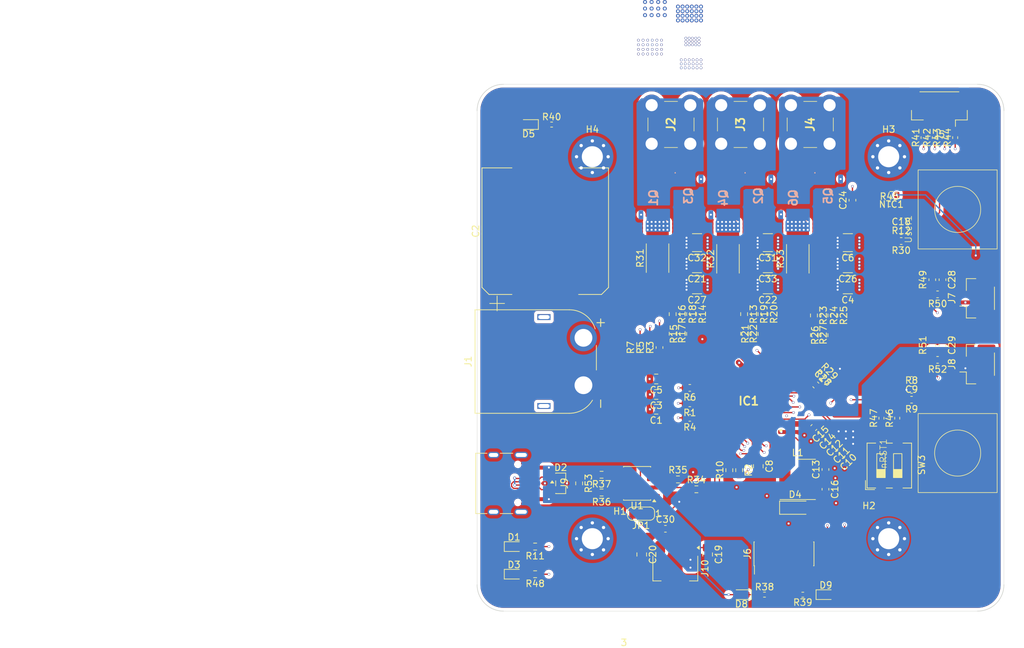
<source format=kicad_pcb>
(kicad_pcb (version 20241229) (generator "pcbnew") (generator_version "9.0")
  (layers (0 "F.Cu" signal) (4 "In1.Cu" power "GND_Plane.Cu") (6 "In2.Cu" signal "Signal.Cu") (2 "B.Cu" power) (13 "F.Paste" user) (15 "B.Paste" user) (5 "F.SilkS" user "F.Silkscreen") (7 "B.SilkS" user "B.Silkscreen") (1 "F.Mask" user) (3 "B.Mask" user) (25 "Edge.Cuts" user))
  (net 0 "")
  (net 1 "/BOOT1")
  (net 2 "/OUT1")
  (net 3 "GND")
  (net 6 "/Conn_SW_1")
  (net 7 "/OUT2")
  (net 8 "/BOOT2")
  (net 9 "Net-(C9-Pad1)")
  (net 10 "+3.3V")
  (net 11 "/OPO2")
  (net 12 "/OPN2")
  (net 13 "/OPN3")
  (net 14 "Net-(IC1-PA0)")
  (net 15 "Net-(C18-Pad2)")
  (net 16 "Net-(D3-A)")
  (net 18 "+5V")
  (net 19 "/OPN1")
  (net 22 "/OPO1")
  (net 23 "/NTC")
  (net 25 "Net-(D1-A)")
  (net 26 "Net-(D5-K)")
  (net 28 "Net-(D8-K)")
  (net 29 "Net-(D9-K)")
  (net 30 "/OUT3")
  (net 31 "Net-(IC1-SCREF)")
  (net 32 "/Conn_SW_2")
  (net 33 "Net-(IC1-PC14)")
  (net 34 "/GHS2")
  (net 35 "/PB6")
  (net 36 "Net-(IC1-PC15)")
  (net 37 "/OPP3")
  (net 38 "/ADD_SEL_1")
  (net 39 "/GLS3")
  (net 40 "/GHS3")
  (net 41 "/UART_RX")
  (net 42 "/BOOT3")
  (net 44 "/ADD_SEL_0")
  (net 45 "/OPP2")
  (net 47 "/VCP_RX")
  (net 48 "/SWDIO")
  (net 49 "/OPP1")
  (net 50 "/GLS1")
  (net 51 "/NRST")
  (net 52 "/UART_TX")
  (net 53 "/VCP_TX")
  (net 54 "/OPO3")
  (net 55 "Net-(IC1-PB4)")
  (net 56 "/DRIVE_EN")
  (net 57 "Net-(IC1-PB3)")
  (net 58 "/GLS2")
  (net 59 "Net-(IC1-PD2)")
  (net 60 "/SWCLK")
  (net 61 "/User")
  (net 62 "/RECIEVE_EN")
  (net 63 "/GHS1")
  (net 64 "Net-(IC1-PB5)")
  (net 65 "/SPI_MISO")
  (net 66 "/SPI_SCLK")
  (net 67 "/SPI_MOSI")
  (net 68 "/SPI_CS")
  (net 69 "Net-(Q1-G)")
  (net 70 "/Ampli_1/VSHUNTXP")
  (net 71 "Net-(Q2-G)")
  (net 72 "Net-(Q3-G)")
  (net 73 "/Ampli_2/VSHUNTXP")
  (net 74 "Net-(Q4-G)")
  (net 75 "Net-(Q5-G)")
  (net 76 "/Ampli_3/VSHUNTXP")
  (net 77 "Net-(Q6-G)")
  (net 78 "Net-(R14-Pad1)")
  (net 79 "Net-(R19-Pad2)")
  (net 80 "Net-(R24-Pad2)")
  (net 81 "Net-(U1-B)")
  (net 82 "Net-(U1-A)")
  (net 83 "/PB7")
  (net 89 "+48V")
  (net 90 "/L_SW_1")
  (net 91 "/L_SW_2")
  (net 92 "+3,3V_EXT")
  (net 93 "Net-(JP1-C)")
  (net 94 "/B")
  (net 95 "/A")
  (net 98 "Net-(Q1-S-Pad1)")
  (net 99 "Net-(Q4-S-Pad1)")
  (net 100 "Net-(Q6-S-Pad1)")
  (net 101 "/Ampli_2/VSHUNTXN")
  (net 102 "/Ampli_1/VSHUNTXN")
  (net 103 "/Ampli_3/VSHUNTXN")
  (net 104 "/SW")
  (net 105 "Net-(IC1-REGIN)")
  (footprint "Resistor_SMD:R_0603_1608Metric" (layer "F.Cu") (at 118.9 117.99 180)
    (property "Reference" "R36")
    (property "Value" "10")
  )
  (footprint "Resistor_SMD:R_0402_1005Metric" (layer "F.Cu") (at 171 64.1 90)
    (property "Reference" "R43")
    (property "Value" "200")
  )
  (footprint "Capacitor_SMD:C_1210_3225Metric_Pad1.33x2.70mm_HandSolder" (layer "F.Cu") (at 156.3 80.049996 180)
    (property "Reference" "C6")
    (property "Value" "220n")
  )
  (footprint "LED_SMD:LED_0603_1608Metric" (layer "F.Cu") (at 140.14 133.5 180)
    (property "Reference" "D8")
    (property "Value" "LED")
  )
  (footprint "Footprint:REDCUBETHT_74651173R" (layer "F.Cu") (at 129.44 62.1 90)
    (property "Reference" "J2")
    (property "Value" "Conn_01x01" (hide yes))
  )
  (footprint "Resistor_SMD:R_0603_1608Metric" (layer "F.Cu") (at 152.75 91.1 -90)
    (property "Reference" "R24")
    (property "Value" "1.5k")
  )
  (footprint "Capacitor_SMD:C_0805_2012Metric" (layer "F.Cu") (at 127.2 103.1 180)
    (property "Reference" "C3")
    (property "Value" "1u")
  )
  (footprint "Capacitor_SMD:C_0603_1608Metric" (layer "F.Cu") (at 126.225 95.975 90)
    (property "Reference" "R5")
    (property "Value" "100")
  )
  (footprint "Resistor_SMD:R_0603_1608Metric" (layer "F.Cu") (at 139.8 114.6 -90)
    (property "Reference" "R2")
    (property "Value" "22k")
  )
  (footprint "Resistor_SMD:R_0402_1005Metric" (layer "F.Cu") (at 163.8 106.7 90)
    (property "Reference" "R46")
    (property "Value" "10k")
  )
  (footprint "Capacitor_SMD:C_1210_3225Metric_Pad1.33x2.70mm_HandSolder" (layer "F.Cu") (at 133.4 80.049999 180)
    (property "Reference" "C32")
    (property "Value" "N.M.")
  )
  (footprint "Resistor_SMD:R_0603_1608Metric" (layer "F.Cu") (at 162.9 72.8 180)
    (property "Reference" "NTC1")
    (property "Value" "10K")
  )
  (footprint "Resistor_SMD:R_0603_1608Metric" (layer "F.Cu") (at 129.7 93.875 -90)
    (property "Reference" "R17")
    (property "Value" "15k")
  )
  (footprint "Capacitor_SMD:C_0603_1608Metric" (layer "F.Cu") (at 157 73.6 90)
    (property "Reference" "C24")
    (property "Value" "33n")
  )
  (footprint "Capacitor_SMD:C_0603_1608Metric" (layer "F.Cu") (at 170.675 95.625 -90)
    (property "Reference" "C29")
    (property "Value" "100n")
  )
  (footprint "Capacitor_SMD:C_0603_1608Metric" (layer "F.Cu") (at 169.925 87.9 180)
    (property "Reference" "R50")
    (property "Value" "200")
  )
  (footprint "Resistor_SMD:R_0402_1005Metric" (layer "F.Cu") (at 161.4 106.7 90)
    (property "Reference" "R47")
    (property "Value" "10k")
  )
  (footprint "Capacitor_SMD:C_0603_1608Metric" (layer "F.Cu") (at 154.319723 111.315739 -135)
    (property "Reference" "C11")
    (property "Value" "100n")
  )
  (footprint "Capacitor_SMD:C_0603_1608Metric" (layer "F.Cu") (at 124.749999 95.975 90)
    (property "Reference" "R7")
    (property "Value" "100")
  )
  (footprint "Resistor_SMD:R_0402_1005Metric" (layer "F.Cu") (at 172.6 64.1 90)
    (property "Reference" "R44")
    (property "Value" "200")
  )
  (footprint "Jumper:SolderJumper-3_P1.3mm_Open_RoundedPad1.0x1.5mm_NumberLabels" (layer "F.Cu") (at 124.9 121.2 180)
    (property "Reference" "JP1")
    (property "Value" "SolderJumper_3_Open")
  )
  (footprint "MountingHole:MountingHole_3.2mm_M3_Pad_Via" (layer "F.Cu") (at 117.5 67)
    (property "Reference" "H4")
    (property "Value" "MountingHole_Pad")
  )
  (footprint "Resistor_SMD:R_0402_1005Metric" (layer "F.Cu") (at 162.6 74.2)
    (property "Reference" "R45")
    (property "Value" "4.7k")
  )
  (footprint "Capacitor_SMD:C_0603_1608Metric" (layer "F.Cu") (at 153.251992 110.248008 -135)
    (property "Reference" "C12")
    (property "Value" "100n")
  )
  (footprint "Resistor_SMD:R_0603_1608Metric" (layer "F.Cu") (at 108.8125 126.2 180)
    (property "Reference" "R11")
    (property "Value" "330")
  )
  (footprint "Resistor_SMD:R_0603_1608Metric" (layer "F.Cu") (at 138.3 114.6 90)
    (property "Reference" "R10")
    (property "Value" "10k")
  )
  (footprint "Capacitor_SMD:C_0603_1608Metric" (layer "F.Cu") (at 165.975 100.9 180)
    (property "Reference" "C9")
    (property "Value" "100n")
  )
  (footprint "Resistor_SMD:R_0603_1608Metric" (layer "F.Cu") (at 140.55 93.875 -90)
    (property "Reference" "R22")
    (property "Value" "15k")
  )
  (footprint "Capacitor_SMD:C_0603_1608Metric" (layer "F.Cu") (at 155.373312 112.369328 -135)
    (property "Reference" "C10")
    (property "Value" "2.2u")
  )
  (footprint "Resistor_SMD:R_0603_1608Metric" (layer "F.Cu") (at 153.567731 99.532269 135)
    (property "Reference" "R28")
    (property "Value" "72.3k")
  )
  (footprint "Capacitor_SMD:C_0603_1608Metric" (layer "F.Cu") (at 152.191332 109.187348 -135)
    (property "Reference" "C14")
    (property "Value" "1u")
  )
  (footprint "LED_SMD:LED_0603_1608Metric" (layer "F.Cu") (at 152.96 133.5)
    (property "Reference" "D9")
    (property "Value" "LED")
  )
  (footprint "Capacitor_SMD:C_1210_3225Metric_Pad1.33x2.70mm_HandSolder" (layer "F.Cu") (at 144.15 80.049996 180)
    (property "Reference" "C31")
    (property "Value" "N.M.")
  )
  (footprint "Package_TO_SOT_SMD:SOT-23" (layer "F.Cu") (at 112.7 116.6)
    (property "Reference" "D2")
    (property "Value" "CDSOT23-SM712")
  )
  (footprint "Capacitor_SMD:C_0603_1608Metric" (layer "F.Cu") (at 164.4 78.3)
    (property "Reference" "C18")
    (property "Value" "100n")
  )
  (footprint "Resistor_SMD:R_0603_1608Metric" (layer "F.Cu") (at 131.3 90.9 -90)
    (property "Reference" "R18")
    (property "Value" "1.5k")
  )
  (footprint "Resistor_SMD:R_0402_1005Metric" (layer "F.Cu") (at 143.642499 133.5)
    (property "Reference" "R38")
    (property "Value" "2k5")
  )
  (footprint "Capacitor_SMD:CP_Elec_18x22" (layer "F.Cu") (at 110.35 78.3 90)
    (property "Reference" "C2")
    (property "Value" "220u")
  )
  (footprint "Capacitor_SMD:C_0603_1608Metric" (layer "F.Cu") (at 164.4 79.8 180)
    (property "Reference" "R30")
    (property "Value" "200")
  )
  (footprint "LED_SMD:LED_0603_1608Metric" (layer "F.Cu") (at 105.6125 130.39)
    (property "Reference" "D3")
    (property "Value" "LED")
  )
  (footprint "Capacitor_SMD:C_0603_1608Metric" (layer "F.Cu") (at 170.675 85.675 -90)
    (property "Reference" "C28")
    (property "Value" "100n")
  )
  (footprint "Capacitor_SMD:C_0603_1608Metric" (layer "F.Cu") (at 132.3 104.45 180)
    (property "Reference" "R1")
    (property "Value" "100")
  )
  (footprint "Capacitor_SMD:C_0603_1608Metric" (layer "F.Cu") (at 165.975 102.4)
    (property "Reference" "R8")
    (property "Value" "100k")
  )
  (footprint "Package_SO:SOIC-8_3.9x4.9mm_P1.27mm" (layer "F.Cu") (at 124.3 116.6 180)
    (property "Reference" "U1")
    (property "Value" "THVD1400")
  )
  (footprint "Resistor_SMD:R_0402_1005Metric" (layer "F.Cu") (at 111.317498 62.120001)
    (property "Reference" "R40")
    (property "Value" "12k")
  )
  (footprint "Capacitor_SMD:C_0603_1608Metric" (layer "F.Cu") (at 169.125 95.625 90)
    (property "Reference" "R51")
    (property "Value" "100k")
  )
  (footprint "Capacitor_SMD:C_0805_2012Metric_Pad1.18x1.45mm_HandSolder" (layer "F.Cu") (at 125 127.4 -90)
    (property "Reference" "C20")
    (property "Value" "22u")
  )
  (footprint "Footprint:REDCUBETHT_74651173R" (layer "F.Cu") (at 140 62.1 90)
    (property "Reference" "J3")
    (property "Value" "Conn_01x01" (hide yes))
  )
  (footprint "Connector_AMASS:AMASS_XT60PW-M_1x02_P7.20mm_Horizontal" (layer "F.Cu") (at 116.15 101.7 90)
    (property "Reference" "J1")
    (property "Value" "DC IN")
  )
  (footprint "Resistor_SMD:R_0402_1005Metric" (layer "F.Cu") (at 167.8 64.1 90)
    (property "Reference" "R41")
    (property "Value" "200")
  )
  (footprint "Capacitor_SMD:C_0805_2012Metric_Pad1.18x1.45mm_HandSolder" (layer "F.Cu") (at 135 127.4 -90)
    (property "Reference" "C19")
    (property "Value" "10u")
  )
  (footprint "Resistor_SMD:R_0603_1608Metric" (layer "F.Cu") (at 133.3 117.5)
    (property "Reference" "R34")
    (property "Value" "10k")
  )
  (footprint "Capacitor_SMD:C_1210_3225Metric_Pad1.33x2.70mm_HandSolder" (layer "F.Cu") (at 133.4 83.25 180)
    (property "Reference" "C21")
    (property "Value" "N.M.")
  )
  (footprint "Capacitor_SMD:C_0603_1608Metric" (layer "F.Cu") (at 132.3 106.65 180)
    (property "Reference" "R4")
    (property "Value" "100")
  )
  (footprint "shunt:R_2512_6332Metric_Pad1.40x3.35mm_HandSolder" (layer "F.Cu") (at 138.1 82.5 90)
    (property "Reference" "R32")
    (property "Value" "R_Shunt")
  )
  (footprint "Resistor_SMD:R_0603_1608Metric" (layer "F.Cu") (at 108.8125 130.4 180)
    (property "Reference" "R48")
    (property "Value" "330")
  )
  (footprint "Resistor_SMD:R_0603_1608Metric" (layer "F.Cu") (at 152.5 100.6 -45)
    (property "Reference" "R29")
    (property "Value" "3.01k")
  )
  (footprint "Capacitor_SMD:C_0603_1608Metric" (layer "F.Cu") (at 152.9 114.492893 90)
    (property "Reference" "C13")
    (property "Value" "10u")
  )
  (footprint "Footprint:QFN50P900X900X100-65N-D" (layer "F.Cu") (at 141.25 104.1 180)
    (property "Reference" "IC1")
    (property "Value" "STSPIN32G4" (hide yes))
  )
  (footprint "Capacitor_SMD:C_0805_2012Metric" (layer "F.Cu") (at 127.2 100.75 180)
    (property "Reference" "C5")
    (property "Value" "1u")
  )
  (footprint "Connector_USB:USB_C_Receptacle_G-Switch_GT-USB-7010ASV" (layer "F.Cu") (at 103.575 116.61 -90)
    (property "Reference" "J9")
    (property "Value" "USB_C_Receptacle_USB2.0_14P")
  )
  (footprint "Resistor_SMD:R_0603_1608Metric" (layer "F.Cu") (at 132.8 90.9 -90)
    (property "Reference" "R14")
    (property "Value" "30K")
  )
  (footprint "Capacitor_SMD:C_0603_1608Metric" (layer "F.Cu") (at 152.9 117.492893 -90)
    (property "Reference" "C16")
    (property "Value" "N.M.")
  )
  (footprint "LED_SMD:LED_0603_1608Metric" (layer "F.Cu") (at 107.814998 62.11 180)
    (property "Reference" "D5")
    (property "Value" "LED")
  )
  (footprint "Capacitor_SMD:C_0603_1608Metric" (layer "F.Cu") (at 151.43934 101.66066 -45)
    (property "Reference" "C17")
    (property "Value" "33n")
  )
  (footprint "Capacitor_SMD:C_0805_2012Metric" (layer "F.Cu") (at 142.7 114 -90)
    (property "Reference" "C8")
    (property "Value" "220n")
  )
  (footprint "Footprint:DeBouton" (layer "F.Cu") (at 161.225 78 90)
    (property "Reference" "User1")
    (property "Value" "SW_MEC_5G")
  )
  (footprint "Resistor_SMD:R_0603_1608Metric" (layer "F.Cu") (at 115.5 116.6 -90)
    (property "Reference" "R53")
    (property "Value" "10")
  )
  (footprint "Capacitor_SMD:C_0603_1608Metric" (layer "F.Cu") (at 127.700001 95.975 90)
    (property "Reference" "R3")
    (property "Value" "100")
  )
  (footprint "Resistor_SMD:R_0603_1608Metric" (layer "F.Cu") (at 129.7 90.9 -90)
    (property "Reference" "R16")
    (property "Value" "1.5k")
  )
  (footprint "shunt:R_2512_6332Metric_Pad1.40x3.35mm_HandSolder" (layer "F.Cu") (at 148.7 82.5 90)
    (property "Reference" "R33")
    (property "Value" "R_Shunt")
  )
  (footprint "Package_TO_SOT_SMD:SOT-223" (layer "F.Cu") (at 130.1 129.5 -90)
    (property "Reference" "J10")
    (property "Value" "AZ1117")
  )
  (footprint "MountingHole:MountingHole_3.2mm_M3_Pad_Via" (layer "F.Cu") (at 117.5 125)
    (property "Reference" "H1")
    (property "Value" "MountingHole_Pad")
  )
  (footprint "Resistor_SMD:R_0603_1608Metric" (layer "F.Cu") (at 143.65 90.9 -90)
    (property "Reference" "R20")
    (property "Value" "30K")
  )
  (footprint "LED_SMD:LED_0603_1608Metric" (layer "F.Cu") (at 105.6125 126.2)
    (property "Reference" "D1")
    (property "Value" "LED")
  )
  (footprint "Capacitor_SMD:C_1210_3225Metric_Pad1.33x2.70mm_HandSolder" (layer "F.Cu") (at 133.4 86.449999 180)
    (property "Reference" "C27")
    (property "Value" "N.M.")
  )
  (footprint "Resistor_SMD:R_0603_1608Metric" (layer "F.Cu") (at 142.15 90.9 -90)
    (property "Reference" "R19")
    (property "Value" "1.5k")
  )
  (footprint "Capacitor_SMD:C_0603_1608Metric" (layer "F.Cu") (at 128.6 123.5)
    (property "Reference" "C30")
    (property "Value" "220n")
  )
  (footprint "Footprint:REDCUBETHT_74651173R" (layer "F.Cu") (at 150.59 62.1 90)
    (property "Reference" "J4")
    (property "Value" "Conn_01x01" (hide yes))
  )
  (footprint "Connector_JST:JST_GH_SM04B-GHS-TB_1x04-1MP_P1.25mm_Horizontal" (layer "F.Cu") (at 170.2 59.7 180)
    (property "Reference" "J5")
    (property "Value" "ENCODER")
  )
  (footprint "Footprint:DeBouton" (layer "F.Cu") (at 161.225 115 90)
    (property "Reference" "nRST1")
    (property "Value" "SW_MEC_5G")
  )
  (footprint "shunt:R_2512_6332Metric_Pad1.40x3.35mm_HandSolder" (layer "F.Cu") (at 127.4 82.4 90)
    (property "Reference" "R31")
    (property "Value" "R_Shunt")
  )
  (footprint "Resistor_SMD:R_0603_1608Metric" (layer "F.Cu") (at 142.15 93.9 90)
    (property "Reference" "R21")
    (property "Value" "30K")
  )
  (footprint "Capacitor_SMD:C_1210_3225Metric_Pad1.33x2.70mm_HandSolder" (layer "F.Cu") (at 156.3 83.249998 180)
    (property "Reference" "C26")
    (property "Value" "N.M.")
  )
  (footprint "Connector_PinHeader_1.27mm:PinHeader_2x07_P1.27mm_Vertical_SMD" (layer "F.Cu") (at 146.6 127.3 90)
    (property "Reference" "J6")
    (property "Value" "JTAG")
  )
  (footprint "Footprint:L_Wurth_WE-MXGI-5030" (layer "F.Cu") (at 148.685786 116)
    (property "Reference" "L1")
    (property "Value" "15u" (hide yes))
  )
  (footprint "Resistor_SMD:R_0603_1608Metric" (layer "F.Cu") (at 130.5 116)
    (property "Reference" "R35")
    (property "Value" "10k")
  )
  (footprint "Capacitor_SMD:C_0603_1608Metric" (layer "F.Cu") (at 169.125 85.675 90)
    (property "Reference" "R49")
    (property "Value" "100k")
  )
  (footprint "MountingHole:MountingHole_3.2mm_M3_Pad_Via" (layer "F.Cu") (at 162.5 67)
    (property "Reference" "H3")
    (property "Value" "MountingHole_Pad")
  )
  (footprint "Capacitor_SMD:C_0603_1608Metric" (layer "F.Cu") (at 164.4 76.8 180)
    (property "Reference" "R12")
    (property "Value" "100k")
  )
  (footprint "Resistor_SMD:R_0402_1005Metric" (layer "F.Cu") (at 169.5 64.1 90)
    (property "Reference" "R42")
    (property "Value" "200")
  )
  (footprint "Capacitor_SMD:C_0603_1608Metric" (layer "F.Cu") (at 132.3 102.1 180)
    (property "Reference" "R6")
    (property "Value" "100")
  )
  (footprint "Capacitor_SMD:C_0603_1608Metric" (layer "F.Cu") (at 165.975 103.9 180)
    (property "Reference" "R9")
    (property "Value" "200")
  )
  (footprint "MountingHole:MountingHole_3.2mm_M3_Pad_Via" (layer "F.Cu") (at 162.5 125)
    (property "Reference" "H2")
    (property "Value" "MountingHole_Pad")
  )
  (footprint "Resistor_SMD:R_0402_1005Metric" (layer "F.Cu") (at 149.4575 133.510001 180)
    (property "Reference" "R39")
    (property "Value" "1k5")
  )
  (footprint "Connector_JST:JST_GH_SM02B-GHS-TB_1x02-1MP_P1.25mm_Horizontal" (layer "F.Cu") (at 176 88.5 90)
    (property "Reference" "J7")
    (property "Value" "Conn_SW_2")
  )
  (footprint "Capacitor_SMD:C_0603_1608Metric" (layer "F.Cu") (at 151.130672 108.126688 -135)
    (property "Reference" "C15")
    (property "Value" "100n")
  )
  (footprint "Connector_JST:JST_GH_SM02B-GHS-TB_1x02-1MP_P1.25mm_Horizontal" (layer "F.Cu") (at 176 98.5 90)
    (property "Reference" "J8")
    (property "Value" "Conn_SW_2")
  )
  (footprint "Resistor_SMD:R_0603_1608Metric" (layer "F.Cu") (at 154.25 91.1 -90)
    (property "Reference" "R25")
    (property "Value" "30K")
  )
  (footprint "Resistor_SMD:R_0603_1608Metric" (layer "F.Cu") (at 151.15 94.075 -90)
    (property "Reference" "R27")
    (property "Value" "15k")
  )
  (footprint "Resistor_SMD:R_0603_1608Metric" (layer "F.Cu") (at 131.3 93.9 90)
    (property "Reference" "R15")
    (property "Value" "30K")
  )
  (footprint "Capacitor_SMD:C_1210_3225Metric_Pad1.33x2.70mm_HandSolder" (layer "F.Cu") (at 156.3 86.449998 180)
    (property "Reference" "C4")
    (property "Value" "220n")
  )
  (footprint "Resistor_SMD:R_0603_1608Metric" (layer "F.Cu") (at 151.15 91.1 -90)
    (property "Reference" "R23")
    (property "Value" "1.5k")
  )
  (footprint "Resistor_SMD:R_0603_1608Metric" (layer "F.Cu") (at 140.55 90.9 -90)
    (property "Reference" "R13")
    (property "Value" "1.5k")
  )
  (footprint "Capacitor_SMD:C_1210_3225Metric_Pad1.33x2.70mm_HandSolder" (layer "F.Cu") (at 144.15 83.249998 180)
    (property "Reference" "C33")
    (property "Value" "N.M.")
  )
  (footprint "Capacitor_SMD:C_1210_3225Metric_Pad1.33x2.70mm_HandSolder" (layer "F.Cu") (at 144.15 86.449998 180)
    (property "Reference" "C22")
    (property "Value" "N.M.")
  )
  (footprint "Capacitor_SMD:C_0603_1608Metric" (layer "F.Cu") (at 169.925 97.85 180)
    (property "Reference" "R52")
    (property "Value" "200")
  )
  (footprint "Resistor_SMD:R_0603_1608Metric" (layer "F.Cu") (at 118.9 115.29 180)
    (property "Reference" "R37")
    (property "Value" "10")
  )
  (footprint "Capacitor_SMD:C_0805_2012Metric" (layer "F.Cu") (at 127.2 105.35 180)
    (property "Reference" "C1")
    (property "Value" "1u")
  )
  (footprint "Button_Switch_SMD:SW_DIP_SPSTx02_Slide_6.7x6.64mm_W8.61mm_P2.54mm_LowProfile" (layer "F.Cu") (at 162.6 113.9 90)
    (property "Reference" "SW3")
    (property "Value" "SW_DIP_x02")
  )
  (footprint "Resistor_SMD:R_0603_1608Metric" (layer "F.Cu") (at 152.75 94.1 90)
    (property "Reference" "R26")
    (property "Value" "30K")
  )
  (footprint "Diode_SMD:D_SOD-123" (layer "F.Cu") (at 148.3 120.292893)
    (property "Reference" "D4")
    (property "Value" "STPS0560Z")
  )
  (footprint "Footprint:CSD18540Q5BT" (layer "B.Cu") (at 137.4 72.9 -90)
    (property "Reference" "Q4")
    (property "Value" "CSD18543Q3A" (hide yes))
  )
  (footprint "Footprint:CSD18540Q5BT" (layer "B.Cu") (at 126.785 72.9 -90)
    (property "Reference" "Q1")
    (property "Value" "CSD18543Q3A" (hide yes))
  )
  (footprint "Footprint:CSD18540Q5BT" (layer "B.Cu") (at 132.085 73.3 90)
    (property "Reference" "Q3")
    (property "Value" "CSD19534Q5A" (hide yes))
  )
  (footprint "Footprint:CSD18540Q5BT" (layer "B.Cu") (at 153.295 73.3 90)
    (property "Reference" "Q5")
    (property "Value" "CSD19534Q5A" (hide yes))
  )
  (footprint "Footprint:CSD18540Q5BT" (layer "B.Cu") (at 148 72.9 -90)
    (property "Reference" "Q6")
    (property "Value" "CSD18543Q3A" (hide yes))
  )
  (footprint "Footprint:CSD18540Q5BT" (layer "B.Cu") (at 142.7 73.3 90)
    (property "Reference" "Q2")
    (property "Value" "CSD19534Q5A" (hide yes))
  )
  (gr_arc (start 100 60) (mid 101.171573 57.171573) (end 104 56) (stroke (width 0.1)) (layer "Edge.Cuts"))
  (gr_line (start 176 136) (end 104 136) (stroke (width 0.05)) (layer "Edge.Cuts"))
  (gr_arc (start 104 136) (mid 101.171573 134.828427) (end 100 132) (stroke (width 0.1)) (layer "Edge.Cuts"))
  (gr_arc (start 180 132) (mid 178.828427 134.828427) (end 176 136) (stroke (width 0.1)) (layer "Edge.Cuts"))
  (gr_line (start 100 132) (end 100 60) (stroke (width 0.05)) (layer "Edge.Cuts"))
  (gr_line (start 180 60) (end 180 132) (stroke (width 0.05)) (layer "Edge.Cuts"))
  (gr_arc (start 176 56) (mid 178.828427 57.171573) (end 180 60) (stroke (width 0.1)) (layer "Edge.Cuts"))
  (gr_line (start 104 56) (end 176 56) (stroke (width 0.05)) (layer "Edge.Cuts"))
  (via (at 133.4 52.9) (size 0.4) (drill 0.3) (layers "F.Cu" "B.Cu") (net 0))
  (via (at 132.6 44.2) (size 0.6) (drill 0.3) (layers "F.Cu" "B.Cu") (net 0))
  (via (at 131.7 50) (size 0.4) (drill 0.3) (layers "F.Cu" "B.Cu") (net 0))
  (via (at 127.3 51.4) (size 0.4) (drill 0.3) (layers "F.Cu" "B.Cu") (net 0))
  (via (at 131.2 45.6) (size 0.6) (drill 0.3) (layers "F.Cu" "B.Cu") (net 0))
  (via (at 126.6 51.4) (size 0.4) (drill 0.3) (layers "F.Cu" "B.Cu") (net 0))
  (via (at 133.2 49) (size 0.4) (drill 0.3) (layers "F.Cu" "B.Cu") (net 0))
  (via (at 134 53.5) (size 0.4) (drill 0.3) (layers "F.Cu" "B.Cu") (net 0))
  (via (at 133.7 49) (size 0.4) (drill 0.3) (layers "F.Cu" "B.Cu") (net 0))
  (via (at 130.5 46.3) (size 0.6) (drill 0.3) (layers "F.Cu" "B.Cu") (net 0))
  (via (at 132.6 46.3) (size 0.6) (drill 0.3) (layers "F.Cu" "B.Cu") (net 0))
  (via (at 125.2 50.7) (size 0.4) (drill 0.3) (layers "F.Cu" "B.Cu") (net 0))
  (via (at 133.3 44.9) (size 0.6) (drill 0.3) (layers "F.Cu" "B.Cu") (net 0))
  (via (at 131.9 45.6) (size 0.6) (drill 0.3) (layers "F.Cu" "B.Cu") (net 0))
  (via (at 134 46.3) (size 0.6) (drill 0.3) (layers "F.Cu" "B.Cu") (net 0))
  (via (at 134 44.9) (size 0.6) (drill 0.3) (layers "F.Cu" "B.Cu") (net 0))
  (via (at 125.9 51.4) (size 0.4) (drill 0.3) (layers "F.Cu" "B.Cu") (net 0))
  (via (at 131.2 46.3) (size 0.6) (drill 0.3) (layers "F.Cu" "B.Cu") (net 0))
  (via (at 132.8 52.9) (size 0.4) (drill 0.3) (layers "F.Cu" "B.Cu") (net 0))
  (via (at 132.8 53.5) (size 0.4) (drill 0.3) (layers "F.Cu" "B.Cu") (net 0))
  (via (at 131 52.9) (size 0.4) (drill 0.3) (layers "F.Cu" "B.Cu") (net 0))
  (via (at 125.9 49.3) (size 0.4) (drill 0.3) (layers "F.Cu" "B.Cu") (net 0))
  (via (at 132.2 49) (size 0.4) (drill 0.3) (layers "F.Cu" "B.Cu") (net 0))
  (via (at 132.2 49.5) (size 0.4) (drill 0.3) (layers "F.Cu" "B.Cu") (net 0))
  (via (at 125.5 44.5) (size 0.6) (drill 0.3) (layers "F.Cu" "B.Cu") (net 0))
  (via (at 125.2 50) (size 0.4) (drill 0.3) (layers "F.Cu" "B.Cu") (net 0))
  (via (at 127.3 50) (size 0.4) (drill 0.3) (layers "F.Cu" "B.Cu") (net 0))
  (via (at 133.4 52.3) (size 0.4) (drill 0.3) (layers "F.Cu" "B.Cu") (net 0))
  (via (at 132.7 49.5) (size 0.4) (drill 0.3) (layers "F.Cu" "B.Cu") (net 0))
  (via (at 134 52.3) (size 0.4) (drill 0.3) (layers "F.Cu" "B.Cu") (net 0))
  (via (at 128 51.4) (size 0.4) (drill 0.3) (layers "F.Cu" "B.Cu") (net 0))
  (via (at 128 50.7) (size 0.4) (drill 0.3) (layers "F.Cu" "B.Cu") (net 0))
  (via (at 128.5 43.5) (size 0.6) (drill 0.3) (layers "F.Cu" "B.Cu") (net 0))
  (via (at 131.9 44.2) (size 0.6) (drill 0.3) (layers "F.Cu" "B.Cu") (net 0))
  (via (at 131.7 49) (size 0.4) (drill 0.3) (layers "F.Cu" "B.Cu") (net 0))
  (via (at 132.7 49) (size 0.4) (drill 0.3) (layers "F.Cu" "B.Cu") (net 0))
  (via (at 133.4 53.5) (size 0.4) (drill 0.3) (layers "F.Cu" "B.Cu") (net 0))
  (via (at 131.2 44.9) (size 0.6) (drill 0.3) (layers "F.Cu" "B.Cu") (net 0))
  (via (at 133.3 46.3) (size 0.6) (drill 0.3) (layers "F.Cu" "B.Cu") (net 0))
  (via (at 132.2 52.3) (size 0.4) (drill 0.3) (layers "F.Cu" "B.Cu") (net 0))
  (via (at 134 52.9) (size 0.4) (drill 0.3) (layers "F.Cu" "B.Cu") (net 0))
  (via (at 134 45.6) (size 0.6) (drill 0.3) (layers "F.Cu" "B.Cu") (net 0))
  (via (at 125.5 43.5) (size 0.6) (drill 0.3) (layers "F.Cu" "B.Cu") (net 0))
  (via (at 131 53.5) (size 0.4) (drill 0.3) (layers "F.Cu" "B.Cu") (net 0))
  (via (at 128 50) (size 0.4) (drill 0.3) (layers "F.Cu" "B.Cu") (net 0))
  (via (at 134 44.2) (size 0.6) (drill 0.3) (layers "F.Cu" "B.Cu") (net 0))
  (via (at 126.5 43.5) (size 0.6) (drill 0.3) (layers "F.Cu" "B.Cu") (net 0))
  (via (at 125.2 49.3) (size 0.4) (drill 0.3) (layers "F.Cu" "B.Cu") (net 0))
  (via (at 131.6 53.5) (size 0.4) (drill 0.3) (layers "F.Cu" "B.Cu") (net 0))
  (via (at 125.5 45.5) (size 0.6) (drill 0.3) (layers "F.Cu" "B.Cu") (net 0))
  (via (at 124.5 50) (size 0.4) (drill 0.3) (layers "F.Cu" "B.Cu") (net 0))
  (via (at 127.3 49.3) (size 0.4) (drill 0.3) (layers "F.Cu" "B.Cu") (net 0))
  (via (at 126.6 49.3) (size 0.4) (drill 0.3) (layers "F.Cu" "B.Cu") (net 0))
  (via (at 132.6 45.6) (size 0.6) (drill 0.3) (layers "F.Cu" "B.Cu") (net 0))
  (via (at 128.5 44.5) (size 0.6) (drill 0.3) (layers "F.Cu" "B.Cu") (net 0))
  (via (at 131.7 49.5) (size 0.4) (drill 0.3) (layers "F.Cu" "B.Cu") (net 0))
  (via (at 126.5 45.5) (size 0.6) (drill 0.3) (layers "F.Cu" "B.Cu") (net 0))
  (via (at 133.7 50) (size 0.4) (drill 0.3) (layers "F.Cu" "B.Cu") (net 0))
  (via (at 131 52.3) (size 0.4) (drill 0.3) (layers "F.Cu" "B.Cu") (net 0))
  (via (at 126.6 50.7) (size 0.4) (drill 0.3) (layers "F.Cu" "B.Cu") (net 0))
  (via (at 131.9 46.3) (size 0.6) (drill 0.3) (layers "F.Cu" "B.Cu") (net 0))
  (via (at 128 49.3) (size 0.4) (drill 0.3) (layers "F.Cu" "B.Cu") (net 0))
  (via (at 124.5 49.3) (size 0.4) (drill 0.3) (layers "F.Cu" "B.Cu") (net 0))
  (via (at 127.5 45.5) (size 0.6) (drill 0.3) (layers "F.Cu" "B.Cu") (net 0))
  (via (at 131.6 52.9) (size 0.4) (drill 0.3) (layers "F.Cu" "B.Cu") (net 0))
  (via (at 126.5 44.5) (size 0.6) (drill 0.3) (layers "F.Cu" "B.Cu") (net 0))
  (via (at 132.7 50) (size 0.4) (drill 0.3) (layers "F.Cu" "B.Cu") (net 0))
  (via (at 133.3 44.2) (size 0.6) (drill 0.3) (layers "F.Cu" "B.Cu") (net 0))
  (via (at 133.2 49.5) (size 0.4) (drill 0.3) (layers "F.Cu" "B.Cu") (net 0))
  (via (at 131.6 52.3) (size 0.4) (drill 0.3) (layers "F.Cu" "B.Cu") (net 0))
  (via (at 130.5 45.6) (size 0.6) (drill 0.3) (layers "F.Cu" "B.Cu") (net 0))
  (via (at 125.9 50.7) (size 0.4) (drill 0.3) (layers "F.Cu" "B.Cu") (net 0))
  (via (at 133.7 49.5) (size 0.4) (drill 0.3) (layers "F.Cu" "B.Cu") (net 0))
  (via (at 126.6 50) (size 0.4) (drill 0.3) (layers "F.Cu" "B.Cu") (net 0))
  (via (at 127.5 43.5) (size 0.6) (drill 0.3) (layers "F.Cu" "B.Cu") (net 0))
  (via (at 132.2 50) (size 0.4) (drill 0.3) (layers "F.Cu" "B.Cu") (net 0))
  (via (at 132.8 52.3) (size 0.4) (drill 0.3) (layers "F.Cu" "B.Cu") (net 0))
  (via (at 124.5 50.7) (size 0.4) (drill 0.3) (layers "F.Cu" "B.Cu") (net 0))
  (via (at 132.2 52.9) (size 0.4) (drill 0.3) (layers "F.Cu" "B.Cu") (net 0))
  (via (at 125.2 51.4) (size 0.4) (drill 0.3) (layers "F.Cu" "B.Cu") (net 0))
  (via (at 132.2 53.5) (size 0.4) (drill 0.3) (layers "F.Cu" "B.Cu") (net 0))
  (via (at 127.5 44.5) (size 0.6) (drill 0.3) (layers "F.Cu" "B.Cu") (net 0))
  (via (at 132.6 44.9) (size 0.6) (drill 0.3) (layers "F.Cu" "B.Cu") (net 0))
  (via (at 131.9 44.9) (size 0.6) (drill 0.3) (layers "F.Cu" "B.Cu") (net 0))
  (via (at 131.2 44.2) (size 0.6) (drill 0.3) (layers "F.Cu" "B.Cu") (net 0))
  (via (at 125.9 50) (size 0.4) (drill 0.3) (layers "F.Cu" "B.Cu") (net 0))
  (via (at 127.3 50.7) (size 0.4) (drill 0.3) (layers "F.Cu" "B.Cu") (net 0))
  (via (at 130.5 44.9) (size 0.6) (drill 0.3) (layers "F.Cu" "B.Cu") (net 0))
  (via (at 133.3 45.6) (size 0.6) (drill 0.3) (layers "F.Cu" "B.Cu") (net 0))
  (via (at 130.5 44.2) (size 0.6) (drill 0.3) (layers "F.Cu" "B.Cu") (net 0))
  (via (at 124.5 51.4) (size 0.4) (drill 0.3) (layers "F.Cu" "B.Cu") (net 0))
  (via (at 128.5 45.5) (size 0.6) (drill 0.3) (layers "F.Cu" "B.Cu") (net 0))
  (via (at 133.2 50) (size 0.4) (drill 0.3) (layers "F.Cu" "B.Cu") (net 0))
  (segment (start 133.9 105.35) (end 134.9 104.35) (width 0.2) (layer "F.Cu") (net 1))
  (segment (start 134.9 104.35) (end 136.8 104.35) (width 0.2) (layer "F.Cu") (net 1))
  (segment (start 128.35 105.35) (end 133.9 105.35) (width 0.2) (layer "F.Cu") (net 1))
  (segment (start 126.25 105.95) (end 126.75 106.45) (width 0.2) (layer "F.Cu") (net 2))
  (segment (start 129.699 105.751) (end 134.0661 105.751) (width 0.2) (layer "F.Cu") (net 2))
  (segment (start 134.0661 105.751) (end 134.9671 104.85) (width 0.2) (layer "F.Cu") (net 2))
  (segment (start 126.25 105.35) (end 126.25 105.95) (width 0.2) (layer "F.Cu") (net 2))
  (segment (start 126.75 106.45) (end 129 106.45) (width 0.2) (layer "F.Cu") (net 2))
  (segment (start 134.9671 104.85) (end 136.8 104.85) (width 0.2) (layer "F.Cu") (net 2))
  (segment (start 129 106.45) (end 129.699 105.751) (width 0.2) (layer "F.Cu") (net 2))
  (via (at 126.25 105.35) (size 0.45) (drill 0.3) (layers "F.Cu" "B.Cu") (net 2))
  (via (at 135 80.800001) (size 0.45) (drill 0.3) (layers "F.Cu" "B.Cu") (net 3))
  (via (at 149.7 109.3) (size 0.4) (drill 0.3) (layers "F.Cu" "B.Cu") (net 3))
  (via (at 158.05 82.499999) (size 0.45) (drill 0.3) (layers "F.Cu" "B.Cu") (net 3))
  (via (at 132.8 114.9) (size 0.4) (drill 0.3) (layers "F.Cu" "B.Cu") (net 3))
  (via (at 145.7 79.299999) (size 0.45) (drill 0.3) (layers "F.Cu" "B.Cu") (net 3))
  (via (at 158.05 86.7) (size 0.45) (drill 0.3) (layers "F.Cu" "B.Cu") (net 3))
  (via (at 158.05 87.2) (size 0.45) (drill 0.3) (layers "F.Cu" "B.Cu") (net 3))
  (via (at 145.7 80.799999) (size 0.45) (drill 0.3) (layers "F.Cu" "B.Cu") (net 3))
  (via (at 154.3 114.3) (size 0.4) (drill 0.3) (layers "F.Cu" "B.Cu") (net 3))
  (via (at 135 86.7) (size 0.45) (drill 0.3) (layers "F.Cu" "B.Cu") (net 3))
  (via (at 145.7 85.699998) (size 0.45) (drill 0.3) (layers "F.Cu" "B.Cu") (net 3))
  (via (at 158.05 79.299999) (size 0.45) (drill 0.3) (layers "F.Cu" "B.Cu") (net 3))
  (via (at 135 87.2) (size 0.45) (drill 0.3) (layers "F.Cu" "B.Cu") (net 3))
  (via (at 155.8 114.4) (size 0.4) (drill 0.3) (layers "F.Cu" "B.Cu") (net 3))
  (via (at 145.7 80.3) (size 0.45) (drill 0.3) (layers "F.Cu" "B.Cu") (net 3))
  (via (at 135 84) (size 0.45) (drill 0.3) (layers "F.Cu" "B.Cu") (net 3))
  (via (at 144 118.5) (size 0.4) (drill 0.3) (layers "F.Cu" "B.Cu") (net 3))
  (via (at 134.2 94.7) (size 0.4) (drill 0.3) (layers "F.Cu" "B.Cu") (net 3))
  (via (at 158.05 80.799999) (size 0.45) (drill 0.3) (layers "F.Cu" "B.Cu") (net 3))
  (via (at 110.3 116.6) (size 0.4) (drill 0.3) (layers "F.Cu" "B.Cu") (net 3))
  (via (at 135 83.5) (size 0.45) (drill 0.3) (layers "F.Cu" "B.Cu") (net 3))
  (via (at 145.7 82.999999) (size 0.45) (drill 0.3) (layers "F.Cu" "B.Cu") (net 3))
  (via (at 145.7 87.2) (size 0.45) (drill 0.3) (layers "F.Cu" "B.Cu") (net 3))
  (via (at 158.05 80.3) (size 0.45) (drill 0.3) (layers "F.Cu" "B.Cu") (net 3))
  (via (at 135 82.999999) (size 0.45) (drill 0.3) (layers "F.Cu" "B.Cu") (net 3))
  (via (at 145.7 79.799999) (size 0.45) (drill 0.3) (layers "F.Cu" "B.Cu") (net 3))
  (via (at 135 79.299999) (size 0.45) (drill 0.3) (layers "F.Cu" "B.Cu") (net 3))
  (via (at 135 80.3) (size 0.45) (drill 0.3) (layers "F.Cu" "B.Cu") (net 3))
  (via (at 145.7 83.5) (size 0.45) (drill 0.3) (layers "F.Cu" "B.Cu") (net 3))
  (via (at 145.7 82.499999) (size 0.45) (drill 0.3) (layers "F.Cu" "B.Cu") (net 3))
  (via (at 135 86.199999) (size 0.45) (drill 0.3) (layers "F.Cu" "B.Cu") (net 3))
  (via (at 146.2 108.8) (size 0.4) (drill 0.3) (layers "F.Cu" "B.Cu") (net 3))
  (via (at 145.7 86.199999) (size 0.45) (drill 0.3) (layers "F.Cu" "B.Cu") (net 3))
  (via (at 150.7 110.2) (size 0.4) (drill 0.3) (layers "F.Cu" "B.Cu") (net 3))
  (via (at 147.3 122.7) (size 0.4) (drill 0.3) (layers "F.Cu" "B.Cu") (net 3))
  (via (at 154.4 115.8) (size 0.4) (drill 0.3) (layers "F.Cu" "B.Cu") (net 3))
  (via (at 135 82.5) (size 0.45) (drill 0.3) (layers "F.Cu" "B.Cu") (net 3))
  (via (at 135 79.799999) (size 0.45) (drill 0.3) (layers "F.Cu" "B.Cu") (net 3))
  (via (at 135 85.7) (size 0.45) (drill 0.3) (layers "F.Cu" "B.Cu") (net 3))
  (via (at 158.05 79.799999) (size 0.45) (drill 0.3) (layers "F.Cu" "B.Cu") (net 3))
  (via (at 158.05 86.199999) (size 0.45) (drill 0.3) (layers "F.Cu" "B.Cu") (net 3))
  (via (at 113.6375 116.6) (size 0.4) (drill 0.3) (layers "F.Cu" "B.Cu") (net 3))
  (via (at 145.7 83.999999) (size 0.45) (drill 0.3) (layers "F.Cu" "B.Cu") (net 3))
  (via (at 158.05 85.699998) (size 0.45) (drill 0.3) (layers "F.Cu" "B.Cu") (net 3))
  (via (at 139.4 117.2) (size 0.4) (drill 0.3) (layers "F.Cu" "B.Cu") (net 3))
  (via (at 158.05 82.999999) (size 0.45) (drill 0.3) (layers "F.Cu" "B.Cu") (net 3))
  (via (at 145.7 86.7) (size 0.45) (drill 0.3) (layers "F.Cu" "B.Cu") (net 3))
  (via (at 158.05 83.999999) (size 0.45) (drill 0.3) (layers "F.Cu" "B.Cu") (net 3))
  (via (at 154.5 119.6) (size 0.4) (drill 0.3) (layers "F.Cu" "B.Cu") (net 3))
  (via (at 158.05 83.5) (size 0.45) (drill 0.3) (layers "F.Cu" "B.Cu") (net 3))
  (segment (start 174.15 87.875) (end 170.725 87.875) (width 0.2) (layer "F.Cu") (net 6))
  (segment (start 170.7 87.9) (end 170.7 86.475) (width 0.2) (layer "F.Cu") (net 6))
  (segment (start 170.7 86.475) (end 170.675 86.45) (width 0.2) (layer "F.Cu") (net 6))
  (segment (start 169.125 86.45) (end 170.675 86.45) (width 0.2) (layer "F.Cu") (net 6))
  (segment (start 170.725 87.875) (end 170.7 87.9) (width 0.2) (layer "F.Cu") (net 6))
  (segment (start 126.25 103.65) (end 126.75 104.15) (width 0.2) (layer "F.Cu") (net 7))
  (segment (start 126.25 103.1) (end 126.25 103.65) (width 0.2) (layer "F.Cu") (net 7))
  (segment (start 126.75 104.15) (end 129.3 104.15) (width 0.2) (layer "F.Cu") (net 7))
  (segment (start 129.3 104.15) (end 129.9 103.55) (width 0.2) (layer "F.Cu") (net 7))
  (segment (start 129.9 103.55) (end 134.4329 103.55) (width 0.2) (layer "F.Cu") (net 7))
  (segment (start 134.6329 103.35) (end 136.8 103.35) (width 0.2) (layer "F.Cu") (net 7))
  (segment (start 134.4329 103.55) (end 134.6329 103.35) (width 0.2) (layer "F.Cu") (net 7))
  (via (at 126.250001 103.1) (size 0.45) (drill 0.3) (layers "F.Cu" "B.Cu") (net 7))
  (segment (start 134.1 103.1) (end 134.35 102.85) (width 0.2) (layer "F.Cu") (net 8))
  (segment (start 134.35 102.85) (end 136.8 102.85) (width 0.2) (layer "F.Cu") (net 8))
  (segment (start 128.15 102.95) (end 128.3 103.1) (width 0.2) (layer "F.Cu") (net 8))
  (segment (start 128.3 103.1) (end 134.1 103.1) (width 0.2) (layer "F.Cu") (net 8))
  (segment (start 166.75 102.4) (end 166.75 103.9) (width 0.2) (layer "F.Cu") (net 9))
  (segment (start 173.5 107.4) (end 168.7 107.4) (width 0.2) (layer "F.Cu") (net 9))
  (segment (start 166.75 105.45) (end 166.75 103.9) (width 0.2) (layer "F.Cu") (net 9))
  (segment (start 166.75 100.9) (end 166.75 102.4) (width 0.2) (layer "F.Cu") (net 9))
  (segment (start 175.725 105.175) (end 173.5 107.4) (width 0.2) (layer "F.Cu") (net 9))
  (segment (start 175.725 105) (end 175.725 105.175) (width 0.2) (layer "F.Cu") (net 9))
  (segment (start 168.7 107.4) (end 166.75 105.45) (width 0.2) (layer "F.Cu") (net 9))
  (segment (start 126.2 121.2) (end 128.9 121.2) (width 0.2) (layer "F.Cu") (net 10))
  (segment (start 129 121.1) (end 130.7 119.4) (width 0.2) (layer "F.Cu") (net 10))
  (segment (start 140.275 115.425) (end 141.2 114.5) (width 0.2) (layer "F.Cu") (net 10))
  (segment (start 139.8 115.425) (end 140.275 115.425) (width 0.2) (layer "F.Cu") (net 10))
  (segment (start 162.6 106.190001) (end 161.4 106.190001) (width 0.2) (layer "F.Cu") (net 10))
  (segment (start 163.8 106.190001) (end 162.6 106.190001) (width 0.2) (layer "F.Cu") (net 10))
  (segment (start 128.9 121.2) (end 129 121.1) (width 0.2) (layer "F.Cu") (net 10))
  (via (at 163.725 72.8) (size 0.4) (drill 0.3) (layers "F.Cu" "B.Cu") (net 10))
  (via (at 141.2 114.5) (size 0.4) (drill 0.3) (layers "F.Cu" "B.Cu") (net 10))
  (via (at 162.6 106.190001) (size 0.4) (drill 0.3) (layers "F.Cu" "B.Cu") (net 10))
  (via (at 175.725 82) (size 0.4) (drill 0.3) (layers "F.Cu" "B.Cu") (net 10))
  (via (at 156 109.8) (size 0.4) (drill 0.3) (layers "F.Cu" "B.Cu") (net 10))
  (via (at 139.8 98.3) (size 0.4) (drill 0.3) (layers "F.Cu" "B.Cu") (net 10))
  (via (at 157.1 108.7) (size 0.4) (drill 0.3) (layers "F.Cu" "B.Cu") (net 10))
  (via (at 174.15 99.125) (size 0.4) (drill 0.3) (layers "F.Cu" "B.Cu") (net 10))
  (via (at 174.15 89.125) (size 0.4) (drill 0.3) (layers "F.Cu" "B.Cu") (net 10))
  (via (at 154.9 108.7) (size 0.4) (drill 0.3) (layers "F.Cu" "B.Cu") (net 10))
  (via (at 157.1 110.6) (size 0.4) (drill 0.3) (layers "F.Cu" "B.Cu") (net 10))
  (via (at 156 108.7) (size 0.4) (drill 0.3) (layers "F.Cu" "B.Cu") (net 10))
  (via (at 157.1 109.6) (size 0.4) (drill 0.3) (layers "F.Cu" "B.Cu") (net 10))
  (via (at 130.7 119.4) (size 0.4) (drill 0.3) (layers "F.Cu" "B.Cu") (net 10))
  (via (at 165.2 102.4) (size 0.4) (drill 0.3) (layers "F.Cu" "B.Cu") (net 10))
  (segment (start 175.725 80.425) (end 175.725 82) (width 0.2) (layer "B.Cu") (net 10))
  (segment (start 163.725 72.8) (end 168.1 72.8) (width 0.2) (layer "B.Cu") (net 10))
  (segment (start 168.1 72.8) (end 175.725 80.425) (width 0.2) (layer "B.Cu") (net 10))
  (segment (start 140.876 94.024) (end 143.024 94.024) (width 0.2) (layer "F.Cu") (net 11))
  (segment (start 144 95) (end 144 99.65) (width 0.2) (layer "F.Cu") (net 11))
  (segment (start 143.024 94.024) (end 144 95) (width 0.2) (layer "F.Cu") (net 11))
  (segment (start 140.2 94.7) (end 140.876 94.024) (width 0.2) (layer "F.Cu") (net 11))
  (segment (start 139 93.65) (end 139.6 93.05) (width 0.2) (layer "F.Cu") (net 12))
  (segment (start 139.7 95.7) (end 139 95) (width 0.2) (layer "F.Cu") (net 12))
  (segment (start 142.5 99.65) (end 142.5 97.55) (width 0.2) (layer "F.Cu") (net 12))
  (segment (start 140.65 95.7) (end 139.7 95.7) (width 0.2) (layer "F.Cu") (net 12))
  (segment (start 139 95) (end 139 93.65) (width 0.2) (layer "F.Cu") (net 12))
  (segment (start 142.5 97.55) (end 140.65 95.7) (width 0.2) (layer "F.Cu") (net 12))
  (segment (start 139.6 93.05) (end 140.2 93.05) (width 0.2) (layer "F.Cu") (net 12))
  (segment (start 150.15 93.25) (end 149.5 93.9) (width 0.2) (layer "F.Cu") (net 13))
  (segment (start 149.5 97.8) (end 146.95 100.35) (width 0.2) (layer "F.Cu") (net 13))
  (segment (start 149.5 93.9) (end 149.5 97.8) (width 0.2) (layer "F.Cu") (net 13))
  (segment (start 151.15 93.25) (end 150.15 93.25) (width 0.2) (layer "F.Cu") (net 13))
  (segment (start 150.8 91.925) (end 151.15 92.275) (width 0.2) (layer "F.Cu") (net 13))
  (segment (start 146.95 100.35) (end 145.7 100.35) (width 0.2) (layer "F.Cu") (net 13))
  (segment (start 151.15 92.275) (end 151.15 93.25) (width 0.2) (layer "F.Cu") (net 13))
  (segment (start 152.984368 98.948906) (end 152.984368 98.750916) (width 0.2) (layer "F.Cu") (net 14))
  (segment (start 150.153984 101.85) (end 145.7 101.85) (width 0.2) (layer "F.Cu") (net 14))
  (segment (start 150.891332 101.112652) (end 151.916637 100.087348) (width 0.2) (layer "F.Cu") (net 14))
  (segment (start 151.916637 100.087348) (end 151.916637 100.016637) (width 0.2) (layer "F.Cu") (net 14))
  (segment (start 150.891332 101.112652) (end 150.153984 101.85) (width 0.2) (layer "F.Cu") (net 14))
  (segment (start 151.916637 100.016637) (end 152.984368 98.948906) (width 0.2) (layer "F.Cu") (net 14))
  (segment (start 169.3 79.8) (end 165.175 79.8) (width 0.2) (layer "F.Cu") (net 15))
  (segment (start 170.225 80.725) (end 169.3 79.8) (width 0.2) (layer "F.Cu") (net 15))
  (segment (start 170.225 82) (end 170.225 80.725) (width 0.2) (layer "F.Cu") (net 15))
  (segment (start 168.9 76.8) (end 165.175 76.8) (width 0.2) (layer "F.Cu") (net 15))
  (segment (start 170.225 68) (end 170.225 75.475) (width 0.2) (layer "F.Cu") (net 15))
  (segment (start 170.225 75.475) (end 168.9 76.8) (width 0.2) (layer "F.Cu") (net 15))
  (segment (start 165.175 76.8) (end 165.175 79.8) (width 0.2) (layer "F.Cu") (net 15))
  (segment (start 106.5 130.4) (end 107.9875 130.4) (width 0.2) (layer "F.Cu") (net 16))
  (segment (start 106.4 130.39) (end 106.49 130.39) (width 0.2) (layer "F.Cu") (net 16))
  (segment (start 106.49 130.39) (end 106.5 130.4) (width 0.2) (layer "F.Cu") (net 16))
  (segment (start 107.3 114.21) (end 110.89 114.21) (width 0.6) (layer "F.Cu") (net 18))
  (segment (start 107.3 119.01) (end 107.31 119) (width 0.2) (layer "F.Cu") (net 18))
  (segment (start 110.89 114.21) (end 110.9 114.2) (width 0.2) (layer "F.Cu") (net 18))
  (segment (start 107.31 119) (end 110.9 119) (width 0.6) (layer "F.Cu") (net 18))
  (segment (start 132.4 126.35) (end 134.9875 126.35) (width 0.2) (layer "F.Cu") (net 18))
  (segment (start 138.2 133.5) (end 139.352499 133.5) (width 0.2) (layer "F.Cu") (net 18))
  (segment (start 134.9875 126.35) (end 135 126.3625) (width 0.2) (layer "F.Cu") (net 18))
  (via (at 132.4 128.2) (size 0.4) (drill 0.3) (layers "F.Cu" "B.Cu") (net 18))
  (via (at 110.9 114.2) (size 0.4) (drill 0.3) (layers "F.Cu" "B.Cu") (net 18))
  (via (at 138.2 133.5) (size 0.4) (drill 0.3) (layers "F.Cu" "B.Cu") (net 18))
  (via (at 110.9 119) (size 0.4) (drill 0.3) (layers "F.Cu" "B.Cu") (net 18))
  (via (at 132.4 129.4) (size 0.4) (drill 0.3) (layers "F.Cu" "B.Cu") (net 18))
  (segment (start 137.5 133.5) (end 138.2 133.5) (width 0.2) (layer "B.Cu") (net 18))
  (segment (start 133.4 129.4) (end 134.1 130.1) (width 0.2) (layer "B.Cu") (net 18))
  (segment (start 132.4 129.4) (end 133.4 129.4) (width 0.2) (layer "B.Cu") (net 18))
  (segment (start 134.1 130.1) (end 137.5 133.5) (width 0.2) (layer "B.Cu") (net 18))
  (segment (start 129.15 93.05) (end 129.7 93.05) (width 0.2) (layer "F.Cu") (net 19))
  (segment (start 128.7 93.5) (end 129.15 93.05) (width 0.2) (layer "F.Cu") (net 19))
  (segment (start 139.401 96.951) (end 133.4161 96.951) (width 0.2) (layer "F.Cu") (net 19))
  (segment (start 129.801 97.501) (end 128.7 96.4) (width 0.2) (layer "F.Cu") (net 19))
  (segment (start 141 99.65) (end 141 98.55) (width 0.2) (layer "F.Cu") (net 19))
  (segment (start 132.8661 97.501) (end 129.801 97.501) (width 0.2) (layer "F.Cu") (net 19))
  (segment (start 133.4161 96.951) (end 132.8661 97.501) (width 0.2) (layer "F.Cu") (net 19))
  (segment (start 128.7 96.4) (end 128.7 93.5) (width 0.2) (layer "F.Cu") (net 19))
  (segment (start 141 98.55) (end 139.401 96.951) (width 0.2) (layer "F.Cu") (net 19))
  (segment (start 129.7 91.725) (end 129.7 93.05) (width 0.2) (layer "F.Cu") (net 19))
  (segment (start 130.25 96.55) (end 129.7 96) (width 0.2) (layer "F.Cu") (net 22))
  (segment (start 141.5 99.65) (end 141.5 98.3) (width 0.2) (layer "F.Cu") (net 22))
  (segment (start 139.75 96.55) (end 130.25 96.55) (width 0.2) (layer "F.Cu") (net 22))
  (segment (start 129.7 96) (end 129.7 94.7) (width 0.2) (layer "F.Cu") (net 22))
  (segment (start 141.5 98.3) (end 139.75 96.55) (width 0.2) (layer "F.Cu") (net 22))
  (segment (start 157 71.5) (end 157 72.825) (width 0.2) (layer "F.Cu") (net 23))
  (segment (start 143 99.65) (end 143 96.9) (width 0.2) (layer "F.Cu") (net 23))
  (segment (start 162.1 72.825) (end 162.075 72.8) (width 0.2) (layer "F.Cu") (net 23))
  (segment (start 157 72.825) (end 162.05 72.825) (width 0.2) (layer "F.Cu") (net 23))
  (segment (start 162.1 74.09) (end 162.1 72.825) (width 0.2) (layer "F.Cu") (net 23))
  (segment (start 161.99 74.2) (end 162.1 74.09) (width 0.2) (layer "F.Cu") (net 23))
  (segment (start 162.05 72.825) (end 162.075 72.8) (width 0.2) (layer "F.Cu") (net 23))
  (segment (start 143 96.9) (end 142.5 96.4) (width 0.2) (layer "F.Cu") (net 23))
  (via (at 157 71.5) (size 0.4) (drill 0.3) (layers "F.Cu" "B.Cu") (net 23))
  (via (at 142.5 96.4) (size 0.4) (drill 0.3) (layers "F.Cu" "B.Cu") (net 23))
  (segment (start 106.4 126.2) (end 107.9875 126.2) (width 0.2) (layer "F.Cu") (net 25))
  (segment (start 110.7975 62.11) (end 110.807499 62.12) (width 0.2) (layer "F.Cu") (net 26))
  (segment (start 108.602499 62.11) (end 110.7975 62.11) (width 0.2) (layer "F.Cu") (net 26))
  (segment (start 140.927501 133.5) (end 143.132501 133.5) (width 0.2) (layer "F.Cu") (net 28))
  (segment (start 149.977498 133.5) (end 149.967499 133.51) (width 0.2) (layer "F.Cu") (net 29))
  (segment (start 152.172499 133.5) (end 149.977498 133.5) (width 0.2) (layer "F.Cu") (net 29))
  (segment (start 126.25 100.75) (end 127.3 101.8) (width 0.2) (layer "F.Cu") (net 30))
  (segment (start 134.2 101.15) (end 134.9 101.85) (width 0.2) (layer "F.Cu") (net 30))
  (segment (start 134.9 101.85) (end 136.8 101.85) (width 0.2) (layer "F.Cu") (net 30))
  (segment (start 129.45 101.8) (end 130.1 101.15) (width 0.2) (layer "F.Cu") (net 30))
  (segment (start 127.3 101.8) (end 129.45 101.8) (width 0.2) (layer "F.Cu") (net 30))
  (segment (start 130.1 101.15) (end 134.2 101.15) (width 0.2) (layer "F.Cu") (net 30))
  (via (at 126.2 100.75) (size 0.45) (drill 0.3) (layers "F.Cu" "B.Cu") (net 30))
  (segment (start 139 108.55) (end 139 112.4) (width 0.2) (layer "F.Cu") (net 31))
  (segment (start 170.725 97.875) (end 170.7 97.85) (width 0.2) (layer "F.Cu") (net 32))
  (segment (start 169.125 96.4) (end 170.675 96.4) (width 0.2) (layer "F.Cu") (net 32))
  (segment (start 174.15 97.875) (end 170.725 97.875) (width 0.2) (layer "F.Cu") (net 32))
  (segment (start 170.7 97.85) (end 170.7 96.425) (width 0.2) (layer "F.Cu") (net 32))
  (segment (start 170.7 96.425) (end 170.675 96.4) (width 0.2) (layer "F.Cu") (net 32))
  (segment (start 109.6375 126.2) (end 110.9 126.2) (width 0.2) (layer "F.Cu") (net 33))
  (via (at 110.9 126.2) (size 0.4) (drill 0.3) (layers "F.Cu" "B.Cu") (net 33))
  (via (at 147 106.35) (size 0.4) (drill 0.3) (layers "F.Cu" "B.Cu") (net 33))
  (segment (start 134.1 104.45) (end 134.7 103.85) (width 0.2) (layer "F.Cu") (net 34))
  (segment (start 134.7 103.85) (end 136.8 103.85) (width 0.2) (layer "F.Cu") (net 34))
  (segment (start 133.075 104.45) (end 134.1 104.45) (width 0.2) (layer "F.Cu") (net 34))
  (segment (start 109.6375 130.4) (end 110.9 130.4) (width 0.2) (layer "F.Cu") (net 36))
  (segment (start 148.05 105.85) (end 145.7 105.85) (width 0.2) (layer "F.Cu") (net 36))
  (via (at 110.9 130.4) (size 0.4) (drill 0.3) (layers "F.Cu" "B.Cu") (net 36))
  (via (at 148.05 105.85) (size 0.4) (drill 0.3) (layers "F.Cu" "B.Cu") (net 36))
  (segment (start 147.9 101.35) (end 145.7 101.35) (width 0.2) (layer "F.Cu") (net 37))
  (segment (start 152.75 95.275) (end 152.75 96.5) (width 0.2) (layer "F.Cu") (net 37))
  (segment (start 152.75 96.5) (end 147.9 101.35) (width 0.2) (layer "F.Cu") (net 37))
  (segment (start 152.4 94.925) (end 152.75 95.275) (width 0.2) (layer "F.Cu") (net 37))
  (segment (start 163.87 109.595) (end 163.87 111.63) (width 0.2) (layer "F.Cu") (net 38))
  (segment (start 148.95 102.85) (end 145.7 102.85) (width 0.2) (layer "F.Cu") (net 38))
  (segment (start 163.87 109.595) (end 163.87 107.279999) (width 0.2) (layer "F.Cu") (net 38))
  (segment (start 158.8 107.7) (end 153.8 107.7) (width 0.2) (layer "F.Cu") (net 38))
  (segment (start 160.6 112.6) (end 159.6 111.6) (width 0.2) (layer "F.Cu") (net 38))
  (segment (start 163.87 107.279999) (end 163.8 107.209999) (width 0.2) (layer "F.Cu") (net 38))
  (segment (start 162.9 112.6) (end 160.6 112.6) (width 0.2) (layer "F.Cu") (net 38))
  (segment (start 153.8 107.7) (end 148.95 102.85) (width 0.2) (layer "F.Cu") (net 38))
  (segment (start 163.87 111.63) (end 162.9 112.6) (width 0.2) (layer "F.Cu") (net 38))
  (segment (start 159.6 111.6) (end 159.6 108.5) (width 0.2) (layer "F.Cu") (net 38))
  (segment (start 159.6 108.5) (end 158.8 107.7) (width 0.2) (layer "F.Cu") (net 38))
  (segment (start 135.75 98.25) (end 137.3819 98.25) (width 0.2) (layer "F.Cu") (net 39))
  (segment (start 138 98.8681) (end 138 99.65) (width 0.2) (layer "F.Cu") (net 39))
  (segment (start 124.749999 96.75) (end 124.749999 97.749999) (width 0.2) (layer "F.Cu") (net 39))
  (segment (start 134.8 99.2) (end 135.75 98.25) (width 0.2) (layer "F.Cu") (net 39))
  (segment (start 137.3819 98.25) (end 138 98.8681) (width 0.2) (layer "F.Cu") (net 39))
  (segment (start 126.2 99.2) (end 134.8 99.2) (width 0.2) (layer "F.Cu") (net 39))
  (segment (start 124.749999 97.749999) (end 126.2 99.2) (width 0.2) (layer "F.Cu") (net 39))
  (segment (start 133.125 102.1) (end 134.1 102.1) (width 0.2) (layer "F.Cu") (net 40))
  (segment (start 134.35 102.35) (end 136.8 102.35) (width 0.2) (layer "F.Cu") (net 40))
  (segment (start 134.1 102.1) (end 134.35 102.35) (width 0.2) (layer "F.Cu") (net 40))
  (segment (start 129.905 114.695) (end 132.6 112) (width 0.2) (layer "F.Cu") (net 41))
  (segment (start 132.6 109.6) (end 135.35 106.85) (width 0.2) (layer "F.Cu") (net 41))
  (segment (start 132.6 112) (end 132.6 109.6) (width 0.2) (layer "F.Cu") (net 41))
  (segment (start 126.775 114.695) (end 129.905 114.695) (width 0.2) (layer "F.Cu") (net 41))
  (segment (start 135.35 106.85) (end 136.8 106.85) (width 0.2) (layer "F.Cu") (net 41))
  (segment (start 128.15 100.75) (end 134.5 100.75) (width 0.2) (layer "F.Cu") (net 42))
  (segment (start 135.1 101.35) (end 136.8 101.35) (width 0.2) (layer "F.Cu") (net 42))
  (segment (start 134.5 100.75) (end 135.1 101.35) (width 0.2) (layer "F.Cu") (net 42))
  (segment (start 128.15 100.75) (end 128.25 100.65) (width 0.2) (layer "F.Cu") (net 42))
  (segment (start 161.33 109.595) (end 161.33 107.279999) (width 0.2) (layer "F.Cu") (net 44))
  (segment (start 153.909999 107.209999) (end 149.05 102.35) (width 0.2) (layer "F.Cu") (net 44))
  (segment (start 161.4 107.209999) (end 153.909999 107.209999) (width 0.2) (layer "F.Cu") (net 44))
  (segment (start 161.33 107.279999) (end 161.4 107.209999) (width 0.2) (layer "F.Cu") (net 44))
  (segment (start 149.05 102.35) (end 145.7 102.35) (width 0.2) (layer "F.Cu") (net 44))
  (segment (start 142.675 94.725) (end 143.5 95.55) (width 0.2) (layer "F.Cu") (net 45))
  (segment (start 143.5 95.55) (end 143.5 99.65) (width 0.2) (layer "F.Cu") (net 45))
  (segment (start 141.8 94.725) (end 142.675 94.725) (width 0.2) (layer "F.Cu") (net 45))
  (segment (start 155.8 122.9) (end 155.8 125.4) (width 0.2) (layer "F.Cu") (net 47))
  (segment (start 151.95 129.25) (end 150.41 129.25) (width 0.2) (layer "F.Cu") (net 47))
  (segment (start 148.1 103.35) (end 145.7 103.35) (width 0.2) (layer "F.Cu") (net 47))
  (segment (start 155.8 125.4) (end 151.95 129.25) (width 0.2) (layer "F.Cu") (net 47))
  (via (at 155.8 122.9) (size 0.4) (drill 0.3) (layers "F.Cu" "B.Cu") (net 47))
  (via (at 148.1 103.35) (size 0.4) (drill 0.3) (layers "F.Cu" "B.Cu") (net 47))
  (segment (start 137.5 111.2) (end 136.1 112.6) (width 0.2) (layer "F.Cu") (net 48))
  (segment (start 144.06 122.56) (end 144.06 125.35) (width 0.2) (layer "F.Cu") (net 48))
  (segment (start 136.1 112.6) (end 136.1 117) (width 0.2) (layer "F.Cu") (net 48))
  (segment (start 136.1 117) (end 139.9 120.8) (width 0.2) (layer "F.Cu") (net 48))
  (segment (start 137.5 108.55) (end 137.5 111.2) (width 0.2) (layer "F.Cu") (net 48))
  (segment (start 139.9 120.8) (end 142.3 120.8) (width 0.2) (layer "F.Cu") (net 48))
  (segment (start 142.3 120.8) (end 144.06 122.56) (width 0.2) (layer "F.Cu") (net 48))
  (segment (start 131.3 95.7) (end 131.3 94.725) (width 0.2) (layer "F.Cu") (net 49))
  (segment (start 140.1 96.1) (end 131.7 96.1) (width 0.2) (layer "F.Cu") (net 49))
  (segment (start 142 98) (end 140.1 96.1) (width 0.2) (layer "F.Cu") (net 49))
  (segment (start 142 99.65) (end 142 98) (width 0.2) (layer "F.Cu") (net 49))
  (segment (start 131.7 96.1) (end 131.3 95.7) (width 0.2) (layer "F.Cu") (net 49))
  (segment (start 127.700001 96.75) (end 128.900001 97.95) (width 0.2) (layer "F.Cu") (net 50))
  (segment (start 138.052 97.352) (end 139 98.3) (width 0.2) (layer "F.Cu") (net 50))
  (segment (start 134.448 97.352) (end 138.052 97.352) (width 0.2) (layer "F.Cu") (net 50))
  (segment (start 128.900001 97.95) (end 133.85 97.95) (width 0.2) (layer "F.Cu") (net 50))
  (segment (start 133.85 97.95) (end 134.448 97.352) (width 0.2) (layer "F.Cu") (net 50))
  (segment (start 139 98.3) (end 139 99.65) (width 0.2) (layer "F.Cu") (net 50))
  (segment (start 154.3 121.6) (end 162.2 113.7) (width 0.2) (layer "F.Cu") (net 51))
  (segment (start 147.6 105) (end 149 105) (width 0.2) (layer "F.Cu") (net 51))
  (segment (start 145.7 104.35) (end 146.95 104.35) (width 0.2) (layer "F.Cu") (net 51))
  (segment (start 163.6 113.7) (end 165.2 112.1) (width 0.2) (layer "F.Cu") (net 51))
  (segment (start 150.7 121.6) (end 154.3 121.6) (width 0.2) (layer "F.Cu") (net 51))
  (segment (start 149.14 123.16) (end 150.7 121.6) (width 0.2) (layer "F.Cu") (net 51))
  (segment (start 165.2 103.9) (end 156.8 103.9) (width 0.2) (layer "F.Cu") (net 51))
  (segment (start 165.2 112.1) (end 165.2 103.9) (width 0.2) (layer "F.Cu") (net 51))
  (segment (start 162.2 113.7) (end 163.6 113.7) (width 0.2) (layer "F.Cu") (net 51))
  (segment (start 146.95 104.35) (end 147.6 105) (width 0.2) (layer "F.Cu") (net 51))
  (segment (start 145.75 104.4) (end 145.7 104.35) (width 0.2) (layer "F.Cu") (net 51))
  (segment (start 149.14 125.35) (end 149.14 123.16) (width 0.2) (layer "F.Cu") (net 51))
  (via (at 149 105) (size 0.4) (drill 0.3) (layers "F.Cu" "B.Cu") (net 51))
  (via (at 156.8 103.9) (size 0.4) (drill 0.3) (layers "F.Cu" "B.Cu") (net 51))
  (segment (start 124.8 114) (end 124.8 117.8025) (width 0.2) (layer "F.Cu") (net 52))
  (segment (start 131.8 109.6) (end 131.8 111.8) (width 0.2) (layer "F.Cu") (net 52))
  (segment (start 136.8 106.35) (end 135.05 106.35) (width 0.2) (layer "F.Cu") (net 52))
  (segment (start 135.05 106.35) (end 131.8 109.6) (width 0.2) (layer "F.Cu") (net 52))
  (segment (start 130.4 113.2) (end 125.6 113.2) (width 0.2) (layer "F.Cu") (net 52))
  (segment (start 125.6 113.2) (end 124.8 114) (width 0.2) (layer "F.Cu") (net 52))
  (segment (start 125.5025 118.505) (end 126.775 118.505) (width 0.2) (layer "F.Cu") (net 52))
  (segment (start 131.8 111.8) (end 130.4 113.2) (width 0.2) (layer "F.Cu") (net 52))
  (segment (start 124.8 117.8025) (end 125.5025 118.505) (width 0.2) (layer "F.Cu") (net 52))
  (segment (start 151.65 125.35) (end 150.41 125.35) (width 0.2) (layer "F.Cu") (net 53))
  (segment (start 145.7 103.85) (end 147.55 103.85) (width 0.2) (layer "F.Cu") (net 53))
  (segment (start 147.55 103.85) (end 148 104.3) (width 0.2) (layer "F.Cu") (net 53))
  (segment (start 153.2 123.8) (end 151.65 125.35) (width 0.2) (layer "F.Cu") (net 53))
  (segment (start 153.2 123) (end 153.2 123.8) (width 0.2) (layer "F.Cu") (net 53))
  (via (at 148 104.3) (size 0.4) (drill 0.3) (layers "F.Cu" "B.Cu") (net 53))
  (via (at 153.2 123) (size 0.4) (drill 0.3) (layers "F.Cu" "B.Cu") (net 53))
  (segment (start 150.8 94.9) (end 151.15 95.25) (width 0.2) (layer "F.Cu") (net 54))
  (segment (start 147.4 100.85) (end 145.7 100.85) (width 0.2) (layer "F.Cu") (net 54))
  (segment (start 151.15 97.1) (end 147.4 100.85) (width 0.2) (layer "F.Cu") (net 54))
  (segment (start 151.15 95.25) (end 151.15 97.1) (width 0.2) (layer "F.Cu") (net 54))
  (segment (start 169.5 64.61) (end 169.5 65.8) (width 0.2) (layer "F.Cu") (net 55))
  (segment (start 140.5 109.9) (end 141.1 110.5) (width 0.2) (layer "F.Cu") (net 55))
  (segment (start 140.5 109.684372) (end 140.5 109.9) (width 0.2) (layer "F.Cu") (net 55))
  (segment (start 140.5 108.55) (end 140.5 109.684372) (width 0.2) (layer "F.Cu") (net 55))
  (via (at 141.1 110.5) (size 0.4) (drill 0.3) (layers "F.Cu" "B.Cu") (net 55))
  (via (at 169.5 65.8) (size 0.4) (drill 0.3) (layers "F.Cu" "B.Cu") (net 55))
  (segment (start 134.7 115.1) (end 132.565 117.235) (width 0.2) (layer "F.Cu") (net 56))
  (segment (start 134.7 109.4) (end 134.7 115.1) (width 0.2) (layer "F.Cu") (net 56))
  (segment (start 136.8 107.85) (end 136.25 107.85) (width 0.2) (layer "F.Cu") (net 56))
  (segment (start 132.565 117.235) (end 126.775 117.235) (width 0.2) (layer "F.Cu") (net 56))
  (segment (start 136.25 107.85) (end 134.7 109.4) (width 0.2) (layer "F.Cu") (net 56))
  (segment (start 171 64.61) (end 171 65.8) (width 0.2) (layer "F.Cu") (net 57))
  (segment (start 140.645522 111.017912) (end 140 110.37239) (width 0.2) (layer "F.Cu") (net 57))
  (segment (start 140 110.37239) (end 140 108.55) (width 0.2) (layer "F.Cu") (net 57))
  (via (at 140.645522 111.017912) (size 0.4) (drill 0.3) (layers "F.Cu" "B.Cu") (net 57))
  (via (at 171 65.8) (size 0.4) (drill 0.3) (layers "F.Cu" "B.Cu") (net 57))
  (segment (start 137.8 97.8) (end 138.5 98.5) (width 0.2) (layer "F.Cu") (net 58))
  (segment (start 126.225 97.375) (end 127.35 98.5) (width 0.2) (layer "F.Cu") (net 58))
  (segment (start 126.225 96.75) (end 126.225 97.375) (width 0.2) (layer "F.Cu") (net 58))
  (segment (start 135 97.8) (end 137.8 97.8) (width 0.2) (layer "F.Cu") (net 58))
  (segment (start 138.5 98.5) (end 138.5 99.65) (width 0.2) (layer "F.Cu") (net 58))
  (segment (start 134.3 98.5) (end 135 97.8) (width 0.2) (layer "F.Cu") (net 58))
  (segment (start 127.35 98.5) (end 134.3 98.5) (width 0.2) (layer "F.Cu") (net 58))
  (segment (start 139.5 111) (end 139.5 108.55) (width 0.2) (layer "F.Cu") (net 59))
  (segment (start 172.6 64.61) (end 172.6 65.8) (width 0.2) (layer "F.Cu") (net 59))
  (segment (start 140.5 111.6) (end 140.1 111.6) (width 0.2) (layer "F.Cu") (net 59))
  (segment (start 140.1 111.6) (end 139.5 111) (width 0.2) (layer "F.Cu") (net 59))
  (via (at 172.6 65.8) (size 0.4) (drill 0.3) (layers "F.Cu" "B.Cu") (net 59))
  (via (at 140.5 111.6) (size 0.4) (drill 0.3) (layers "F.Cu" "B.Cu") (net 59))
  (segment (start 136.8 113) (end 136.8 116.5) (width 0.2) (layer "F.Cu") (net 60))
  (segment (start 136.8 116.5) (end 140.4 120.1) (width 0.2) (layer "F.Cu") (net 60))
  (segment (start 140.4 120.1) (end 143 120.1) (width 0.2) (layer "F.Cu") (net 60))
  (segment (start 145.33 122.43) (end 145.33 125.35) (width 0.2) (layer "F.Cu") (net 60))
  (segment (start 138 111.8) (end 136.8 113) (width 0.2) (layer "F.Cu") (net 60))
  (segment (start 138 108.55) (end 138 111.8) (width 0.2) (layer "F.Cu") (net 60))
  (segment (start 143 120.1) (end 145.33 122.43) (width 0.2) (layer "F.Cu") (net 60))
  (segment (start 163.625 79.8) (end 163.8 79.975) (width 0.2) (layer "F.Cu") (net 61))
  (segment (start 149.75 106.85) (end 145.7 106.85) (width 0.2) (layer "F.Cu") (net 61))
  (segment (start 163.625 94.475) (end 153.7 104.4) (width 0.2) (layer "F.Cu") (net 61))
  (segment (start 163.625 79.8) (end 163.625 94.475) (width 0.2) (layer "F.Cu") (net 61))
  (segment (start 150.4 106.2) (end 149.75 106.85) (width 0.2) (layer "F.Cu") (net 61))
  (via (at 150.4 106.2) (size 0.4) (drill 0.3) (layers "F.Cu" "B.Cu") (net 61))
  (via (at 153.7 104.4) (size 0.4) (drill 0.3) (layers "F.Cu" "B.Cu") (net 61))
  (segment (start 129.735 115.965) (end 126.775 115.965) (width 0.2) (layer "F.Cu") (net 62))
  (segment (start 133.7 109.3) (end 133.7 112) (width 0.2) (layer "F.Cu") (net 62))
  (segment (start 133.7 112) (end 129.735 115.965) (width 0.2) (layer "F.Cu") (net 62))
  (segment (start 135.65 107.35) (end 133.7 109.3) (width 0.2) (layer "F.Cu") (net 62))
  (segment (start 136.8 107.35) (end 135.65 107.35) (width 0.2) (layer "F.Cu") (net 62))
  (segment (start 133.7342 106.65) (end 133.075 106.65) (width 0.2) (layer "F.Cu") (net 63))
  (segment (start 136.8 105.35) (end 135.0342 105.35) (width 0.2) (layer "F.Cu") (net 63))
  (segment (start 135.0342 105.35) (end 133.7342 106.65) (width 0.2) (layer "F.Cu") (net 63))
  (segment (start 141.801 110.292479) (end 141 109.491479) (width 0.2) (layer "F.Cu") (net 64))
  (segment (start 167.8 64.61) (end 167.8 65.8) (width 0.2) (layer "F.Cu") (net 64))
  (segment (start 141.801 111.699) (end 141.801 110.292479) (width 0.2) (layer "F.Cu") (net 64))
  (segment (start 140 112.1) (end 141.4 112.1) (width 0.2) (layer "F.Cu") (net 64))
  (segment (start 141 109.491479) (end 141 108.55) (width 0.2) (layer "F.Cu") (net 64))
  (segment (start 141.4 112.1) (end 141.801 111.699) (width 0.2) (layer "F.Cu") (net 64))
  (via (at 140 112.1) (size 0.4) (drill 0.3) (layers "F.Cu" "B.Cu") (net 64))
  (via (at 167.8 65.8) (size 0.4) (drill 0.3) (layers "F.Cu" "B.Cu") (net 64))
  (segment (start 169.575 63.515) (end 169.5 63.59) (width 0.2) (layer "F.Cu") (net 65))
  (segment (start 169.575 61.55) (end 169.575 63.515) (width 0.2) (layer "F.Cu") (net 65))
  (segment (start 170.825 61.55) (end 170.825 63.415) (width 0.2) (layer "F.Cu") (net 66))
  (segment (start 170.825 63.415) (end 171 63.59) (width 0.2) (layer "F.Cu") (net 66))
  (segment (start 168.325 61.55) (end 168.325 63.065) (width 0.2) (layer "F.Cu") (net 67))
  (segment (start 168.325 63.065) (end 167.8 63.59) (width 0.2) (layer "F.Cu") (net 67))
  (segment (start 172.075 61.55) (end 172.075 63.065) (width 0.2) (layer "F.Cu") (net 68))
  (segment (start 172.075 63.065) (end 172.6 63.59) (width 0.2) (layer "F.Cu") (net 68))
  (segment (start 127.700001 91.950001) (end 127.7 91.95) (width 0.2) (layer "F.Cu") (net 69))
  (segment (start 127.700001 95.2) (end 127.700001 91.950001) (width 0.2) (layer "F.Cu") (net 69))
  (via (at 127.7 91.95) (size 0.4) (drill 0.3) (layers "F.Cu" "B.Cu") (net 69))
  (via (at 124.9 75.8) (size 0.4) (drill 0.3) (layers "F.Cu" "B.Cu") (net 69))
  (segment (start 129.45 81.95) (end 130.4 82.9) (width 0.2) (layer "F.Cu") (net 70))
  (segment (start 128.5 81.95) (end 129.45 81.95) (width 0.2) (layer "F.Cu") (net 70))
  (segment (start 130.4 88.1) (end 131.3 89) (width 0.2) (layer "F.Cu") (net 70))
  (segment (start 127.4 80.35) (end 127.4 80.85) (width 0.2) (layer "F.Cu") (net 70))
  (segment (start 130.4 82.9) (end 130.4 88.1) (width 0.2) (layer "F.Cu") (net 70))
  (segment (start 131.3 89) (end 131.3 90.075) (width 0.2) (layer "F.Cu") (net 70))
  (segment (start 127.4 80.85) (end 128.5 81.95) (width 0.2) (layer "F.Cu") (net 70))
  (segment (start 131.525 104.45) (end 130.55 104.45) (width 0.2) (layer "F.Cu") (net 71))
  (via (at 130.55 104.45) (size 0.4) (drill 0.3) (layers "F.Cu" "B.Cu") (net 71))
  (via (at 144.65 70.4) (size 0.4) (drill 0.3) (layers "F.Cu" "B.Cu") (net 71))
  (segment (start 144.615 71.065) (end 144.615 70.268) (width 0.2) (layer "B.Cu") (net 71))
  (segment (start 144.825 71.275) (end 144.615 71.065) (width 0.2) (layer "B.Cu") (net 71))
  (segment (start 131.525 106.65) (end 130.55 106.65) (width 0.2) (layer "F.Cu") (net 72))
  (via (at 130.55 106.65) (size 0.4) (drill 0.3) (layers "F.Cu" "B.Cu") (net 72))
  (via (at 134 70.4) (size 0.4) (drill 0.3) (layers "F.Cu" "B.Cu") (net 72))
  (segment (start 138.1 80.4) (end 138.1 80.9) (width 0.2) (layer "F.Cu") (net 73))
  (segment (start 139.2 82) (end 140.15 82) (width 0.2) (layer "F.Cu") (net 73))
  (segment (start 142.15 89.2) (end 142.15 90.075) (width 0.2) (layer "F.Cu") (net 73))
  (segment (start 140.15 82) (end 141.1 82.95) (width 0.2) (layer "F.Cu") (net 73))
  (segment (start 138.1 80.9) (end 139.2 82) (width 0.2) (layer "F.Cu") (net 73))
  (segment (start 141.1 88.15) (end 142.15 89.2) (width 0.2) (layer "F.Cu") (net 73))
  (segment (start 141.1 82.95) (end 141.1 88.15) (width 0.2) (layer "F.Cu") (net 73))
  (segment (start 126.225 92.825) (end 126.225 95.2) (width 0.2) (layer "F.Cu") (net 74))
  (segment (start 126.3 92.75) (end 126.225 92.825) (width 0.2) (layer "F.Cu") (net 74))
  (via (at 135.5 75.8) (size 0.4) (drill 0.3) (layers "F.Cu" "B.Cu") (net 74))
  (via (at 126.3 92.75) (size 0.4) (drill 0.3) (layers "F.Cu" "B.Cu") (net 74))
  (segment (start 131.575 102.1) (end 130.6 102.1) (width 0.2) (layer "F.Cu") (net 75))
  (via (at 130.6 102.1) (size 0.4) (drill 0.3) (layers "F.Cu" "B.Cu") (net 75))
  (via (at 155.2 70.393) (size 0.4) (drill 0.3) (layers "F.Cu" "B.Cu") (net 75))
  (segment (start 148.7 80.9) (end 149.8 82) (width 0.2) (layer "F.Cu") (net 76))
  (segment (start 152.75 88.7) (end 152.75 90.275) (width 0.2) (layer "F.Cu") (net 76))
  (segment (start 150.75 82) (end 151.7 82.95) (width 0.2) (layer "F.Cu") (net 76))
  (segment (start 151.7 82.95) (end 151.7 87.65) (width 0.2) (layer "F.Cu") (net 76))
  (segment (start 151.7 87.65) (end 152.75 88.7) (width 0.2) (layer "F.Cu") (net 76))
  (segment (start 149.8 82) (end 150.75 82) (width 0.2) (layer "F.Cu") (net 76))
  (segment (start 148.7 80.4) (end 148.7 80.9) (width 0.2) (layer "F.Cu") (net 76))
  (segment (start 124.749999 95.2) (end 124.75 93.25) (width 0.2) (layer "F.Cu") (net 77))
  (via (at 146.15 75.75) (size 0.4) (drill 0.3) (layers "F.Cu" "B.Cu") (net 77))
  (via (at 124.75 93.25) (size 0.4) (drill 0.3) (layers "F.Cu" "B.Cu") (net 77))
  (segment (start 132.8 90.075) (end 132.8 90.225) (width 0.2) (layer "F.Cu") (net 78))
  (segment (start 132.8 90.225) (end 131.3 91.725) (width 0.2) (layer "F.Cu") (net 78))
  (segment (start 143.65 90.075) (end 143.65 90.225) (width 0.2) (layer "F.Cu") (net 79))
  (segment (start 143.65 90.225) (end 142.15 91.725) (width 0.2) (layer "F.Cu") (net 79))
  (segment (start 152.4 91.925) (end 152.4 91.775) (width 0.2) (layer "F.Cu") (net 80))
  (segment (start 152.4 91.775) (end 153.9 90.275) (width 0.2) (layer "F.Cu") (net 80))
  (segment (start 119.725 117.99) (end 120.48 117.235) (width 0.2) (layer "F.Cu") (net 81))
  (segment (start 120.48 117.235) (end 121.825 117.235) (width 0.2) (layer "F.Cu") (net 81))
  (segment (start 120.4 115.965) (end 121.825 115.965) (width 0.2) (layer "F.Cu") (net 82))
  (segment (start 119.725 115.29) (end 120.4 115.965) (width 0.2) (layer "F.Cu") (net 82))
  (segment (start 143.749999 113.050001) (end 142.7 113.050001) (width 0.2) (layer "F.Cu") (net 89))
  (segment (start 154.184368 100.115632) (end 154.151094 100.115632) (width 0.2) (layer "F.Cu") (net 89))
  (segment (start 143.5 109.5) (end 144.5 110.5) (width 0.2) (layer "F.Cu") (net 89))
  (segment (start 144.5 112.3) (end 143.749999 113.050001) (width 0.2) (layer "F.Cu") (net 89))
  (segment (start 155.1 99.2) (end 154.184368 100.115632) (width 0.2) (layer "F.Cu") (net 89))
  (segment (start 144.5 110.5) (end 144.5 112.3) (width 0.2) (layer "F.Cu") (net 89))
  (segment (start 143.5 108.55) (end 143.5 109.5) (width 0.2) (layer "F.Cu") (net 89))
  (via (at 142.6 86.7) (size 0.45) (drill 0.3) (layers "F.Cu" "B.Cu") (net 89))
  (via (at 154.75 86.199999) (size 0.45) (drill 0.3) (layers "F.Cu" "B.Cu") (net 89))
  (via (at 154.75 84) (size 0.45) (drill 0.3) (layers "F.Cu" "B.Cu") (net 89))
  (via (at 142.6 79.799999) (size 0.45) (drill 0.3) (layers "F.Cu" "B.Cu") (net 89))
  (via (at 154.75 80.3) (size 0.45) (drill 0.3) (layers "F.Cu" "B.Cu") (net 89))
  (via (at 154.75 79.299999) (size 0.45) (drill 0.3) (layers "F.Cu" "B.Cu") (net 89))
  (via (at 142.6 83.5) (size 0.45) (drill 0.3) (layers "F.Cu" "B.Cu") (net 89))
  (via (at 142.6 80.3) (size 0.45) (drill 0.3) (layers "F.Cu" "B.Cu") (net 89))
  (via (at 131.8 80.299999) (size 0.45) (drill 0.3) (layers "F.Cu" "B.Cu") (net 89))
  (via (at 131.8 79.799998) (size 0.45) (drill 0.3) (layers "F.Cu" "B.Cu") (net 89))
  (via (at 131.8 79.299998) (size 0.45) (drill 0.3) (layers "F.Cu" "B.Cu") (net 89))
  (via (at 154.75 82.499998) (size 0.45) (drill 0.3) (layers "F.Cu" "B.Cu") (net 89))
  (via (at 131.8 84) (size 0.45) (drill 0.3) (layers "F.Cu" "B.Cu") (net 89))
  (via (at 142.6 86.199999) (size 0.45) (drill 0.3) (layers "F.Cu" "B.Cu") (net 89))
  (via (at 131.8 83.499999) (size 0.45) (drill 0.3) (layers "F.Cu" "B.Cu") (net 89))
  (via (at 131.8 82.999998) (size 0.45) (drill 0.3) (layers "F.Cu" "B.Cu") (net 89))
  (via (at 155.1 99.2) (size 0.4) (drill 0.3) (layers "F.Cu" "B.Cu") (net 89))
  (via (at 131.8 85.699999) (size 0.45) (drill 0.3) (layers "F.Cu" "B.Cu") (net 89))
  (via (at 154.75 87.2) (size 0.45) (drill 0.3) (layers "F.Cu" "B.Cu") (net 89))
  (via (at 154.75 85.699998) (size 0.45) (drill 0.3) (layers "F.Cu" "B.Cu") (net 89))
  (via (at 154.75 80.799999) (size 0.45) (drill 0.3) (layers "F.Cu" "B.Cu") (net 89))
  (via (at 142.6 87.2) (size 0.45) (drill 0.3) (layers "F.Cu" "B.Cu") (net 89))
  (via (at 131.8 86.699999) (size 0.45) (drill 0.3) (layers "F.Cu" "B.Cu") (net 89))
  (via (at 154.75 86.7) (size 0.45) (drill 0.3) (layers "F.Cu" "B.Cu") (net 89))
  (via (at 142.6 82.499998) (size 0.45) (drill 0.3) (layers "F.Cu" "B.Cu") (net 89))
  (via (at 154.75 83.5) (size 0.45) (drill 0.3) (layers "F.Cu" "B.Cu") (net 89))
  (via (at 142.6 80.799999) (size 0.45) (drill 0.3) (layers "F.Cu" "B.Cu") (net 89))
  (via (at 142.6 84) (size 0.45) (drill 0.3) (layers "F.Cu" "B.Cu") (net 89))
  (via (at 142.6 82.999999) (size 0.45) (drill 0.3) (layers "F.Cu" "B.Cu") (net 89))
  (via (at 131.8 82.499998) (size 0.45) (drill 0.3) (layers "F.Cu" "B.Cu") (net 89))
  (via (at 131.8 87.199999) (size 0.45) (drill 0.3) (layers "F.Cu" "B.Cu") (net 89))
  (via (at 142.6 79.299999) (size 0.45) (drill 0.3) (layers "F.Cu" "B.Cu") (net 89))
  (via (at 154.75 79.799999) (size 0.45) (drill 0.3) (layers "F.Cu" "B.Cu") (net 89))
  (via (at 131.8 86.199998) (size 0.45) (drill 0.3) (layers "F.Cu" "B.Cu") (net 89))
  (via (at 142.6 85.699998) (size 0.45) (drill 0.3) (layers "F.Cu" "B.Cu") (net 89))
  (via (at 154.75 82.999999) (size 0.45) (drill 0.3) (layers "F.Cu" "B.Cu") (net 89))
  (via (at 131.8 80.8) (size 0.45) (drill 0.3) (layers "F.Cu" "B.Cu") (net 89))
  (segment (start 169.15 89.95) (end 169.9 90.7) (width 0.2) (layer "F.Cu") (net 90))
  (segment (start 169.15 87.9) (end 169.15 89.95) (width 0.2) (layer "F.Cu") (net 90))
  (segment (start 143 110.3) (end 143 108.55) (width 0.2) (layer "F.Cu") (net 90))
  (segment (start 143.9 110.9) (end 143.6 110.9) (width 0.2) (layer "F.Cu") (net 90))
  (segment (start 143.6 110.9) (end 143 110.3) (width 0.2) (layer "F.Cu") (net 90))
  (via (at 169.9 90.7) (size 0.4) (drill 0.3) (layers "F.Cu" "B.Cu") (net 90))
  (via (at 143.9 110.9) (size 0.4) (drill 0.3) (layers "F.Cu" "B.Cu") (net 90))
  (segment (start 143.507108 111.9) (end 142.5 110.892892) (width 0.2) (layer "F.Cu") (net 91))
  (segment (start 142.5 110.892892) (end 142.5 108.55) (width 0.2) (layer "F.Cu") (net 91))
  (segment (start 143.6 111.9) (end 143.507108 111.9) (width 0.2) (layer "F.Cu") (net 91))
  (segment (start 169.15 99.65) (end 170.1 100.6) (width 0.2) (layer "F.Cu") (net 91))
  (segment (start 169.15 97.85) (end 169.15 99.65) (width 0.2) (layer "F.Cu") (net 91))
  (via (at 143.6 111.9) (size 0.4) (drill 0.3) (layers "F.Cu" "B.Cu") (net 91))
  (via (at 170.1 100.6) (size 0.4) (drill 0.3) (layers "F.Cu" "B.Cu") (net 91))
  (segment (start 125 124.2) (end 125 126.3625) (width 0.2) (layer "F.Cu") (net 92))
  (segment (start 125.0125 126.35) (end 125 126.3625) (width 0.2) (layer "F.Cu") (net 92))
  (segment (start 123.6 121.2) (end 123.6 122.8) (width 0.2) (layer "F.Cu") (net 92))
  (segment (start 123.6 122.8) (end 125 124.2) (width 0.2) (layer "F.Cu") (net 92))
  (segment (start 127.8 126.35) (end 125.0125 126.35) (width 0.2) (layer "F.Cu") (net 92))
  (segment (start 121.825 118.505) (end 123.505 118.505) (width 0.2) (layer "F.Cu") (net 93))
  (segment (start 124.9 119.9) (end 124.9 121.2) (width 0.2) (layer "F.Cu") (net 93))
  (segment (start 123.505 118.505) (end 124.9 119.9) (width 0.2) (layer "F.Cu") (net 93))
  (segment (start 125.7 123.5) (end 127.825 123.5) (width 0.2) (layer "F.Cu") (net 93))
  (segment (start 124.9 121.2) (end 124.9 122.7) (width 0.2) (layer "F.Cu") (net 93))
  (segment (start 124.9 122.7) (end 125.7 123.5) (width 0.2) (layer "F.Cu") (net 93))
  (segment (start 107.3 116.86) (end 105.74 116.86) (width 0.2) (layer "F.Cu") (net 94))
  (segment (start 107.3 116.86) (end 109.06 116.86) (width 0.2) (layer "F.Cu") (net 94))
  (segment (start 115.375 117.55) (end 115.5 117.425) (width 0.2) (layer "F.Cu") (net 94))
  (segment (start 115.575 117.5) (end 115.5 117.425) (width 0.2) (layer "F.Cu") (net 94))
  (segment (start 107.3 115.86) (end 105.76 115.86) (width 0.2) (layer "F.Cu") (net 94))
  (segment (start 117.09 117.99) (end 116.6 117.5) (width 0.2) (layer "F.Cu") (net 94))
  (segment (start 109.75 117.55) (end 111.7625 117.55) (width 0.2) (layer "F.Cu") (net 94))
  (segment (start 118.075 117.99) (end 117.09 117.99) (width 0.2) (layer "F.Cu") (net 94))
  (segment (start 116.6 117.5) (end 115.575 117.5) (width 0.2) (layer "F.Cu") (net 94))
  (segment (start 111.7625 117.55) (end 115.375 117.55) (width 0.2) (layer "F.Cu") (net 94))
  (segment (start 105.76 115.86) (end 105.7 115.8) (width 0.2) (layer "F.Cu") (net 94))
  (segment (start 109.06 116.86) (end 109.75 117.55) (width 0.2) (layer "F.Cu") (net 94))
  (via (at 105.74 116.86) (size 0.45) (drill 0.3) (layers "F.Cu" "B.Cu") (net 94))
  (via (at 105.7 115.8) (size 0.45) (drill 0.3) (layers "F.Cu" "B.Cu") (net 94))
  (segment (start 105.7 115.8) (end 105.7 116.82) (width 0.2) (layer "B.Cu") (net 94))
  (segment (start 105.7 116.82) (end 105.74 116.86) (width 0.2) (layer "B.Cu") (net 94))
  (segment (start 105.948521 116.36) (end 105.947521 116.359) (width 0.2) (layer "F.Cu") (net 95))
  (segment (start 116.625 115.775) (end 115.5 115.775) (width 0.2) (layer "F.Cu") (net 95))
  (segment (start 107.3 116.36) (end 105.948521 116.36) (width 0.2) (layer "F.Cu") (net 95))
  (segment (start 118.075 115.29) (end 117.11 115.29) (width 0.2) (layer "F.Cu") (net 95))
  (segment (start 105.239 117.067521) (end 105.531479 117.36) (width 0.2) (layer "F.Cu") (net 95))
  (segment (start 105.532479 116.359) (end 105.239 116.652479) (width 0.2) (layer "F.Cu") (net 95))
  (segment (start 109.75 115.65) (end 111.7625 115.65) (width 0.2) (layer "F.Cu") (net 95))
  (segment (start 111.7625 115.65) (end 115.375 115.65) (width 0.2) (layer "F.Cu") (net 95))
  (segment (start 105.947521 116.359) (end 105.532479 116.359) (width 0.2) (layer "F.Cu") (net 95))
  (segment (start 105.239 116.652479) (end 105.239 117.067521) (width 0.2) (layer "F.Cu") (net 95))
  (segment (start 107.3 116.36) (end 109.04 116.36) (width 0.2) (layer "F.Cu") (net 95))
  (segment (start 105.531479 117.36) (end 107.3 117.36) (width 0.2) (layer "F.Cu") (net 95))
  (segment (start 109.04 116.36) (end 109.75 115.65) (width 0.2) (layer "F.Cu") (net 95))
  (segment (start 117.11 115.29) (end 116.625 115.775) (width 0.2) (layer "F.Cu") (net 95))
  (segment (start 115.375 115.65) (end 115.5 115.775) (width 0.2) (layer "F.Cu") (net 95))
  (via (at 125.9 78.1) (size 0.45) (drill 0.3) (layers "F.Cu" "B.Cu") (net 98))
  (via (at 125.9 77.5) (size 0.45) (drill 0.3) (layers "F.Cu" "B.Cu") (net 98))
  (via (at 126.5 78.1) (size 0.45) (drill 0.3) (layers "F.Cu" "B.Cu") (net 98))
  (via (at 126.5 77.5) (size 0.45) (drill 0.3) (layers "F.Cu" "B.Cu") (net 98))
  (via (at 128.9 78.1) (size 0.45) (drill 0.3) (layers "F.Cu" "B.Cu") (net 98))
  (via (at 127.7 77.5) (size 0.45) (drill 0.3) (layers "F.Cu" "B.Cu") (net 98))
  (via (at 127.1 76.9) (size 0.45) (drill 0.3) (layers "F.Cu" "B.Cu") (net 98))
  (via (at 126.5 76.9) (size 0.45) (drill 0.3) (layers "F.Cu" "B.Cu") (net 98))
  (via (at 128.9 77.5) (size 0.45) (drill 0.3) (layers "F.Cu" "B.Cu") (net 98))
  (via (at 125.9 76.9) (size 0.45) (drill 0.3) (layers "F.Cu" "B.Cu") (net 98))
  (via (at 127.1 78.1) (size 0.45) (drill 0.3) (layers "F.Cu" "B.Cu") (net 98))
  (via (at 128.9 76.9) (size 0.45) (drill 0.3) (layers "F.Cu" "B.Cu") (net 98))
  (via (at 127.7 78.1) (size 0.45) (drill 0.3) (layers "F.Cu" "B.Cu") (net 98))
  (via (at 127.7 76.9) (size 0.45) (drill 0.3) (layers "F.Cu" "B.Cu") (net 98))
  (via (at 128.3 76.9) (size 0.45) (drill 0.3) (layers "F.Cu" "B.Cu") (net 98))
  (via (at 128.3 78.1) (size 0.45) (drill 0.3) (layers "F.Cu" "B.Cu") (net 98))
  (via (at 128.3 77.5) (size 0.45) (drill 0.3) (layers "F.Cu" "B.Cu") (net 98))
  (via (at 127.1 77.5) (size 0.45) (drill 0.3) (layers "F.Cu" "B.Cu") (net 98))
  (via (at 138.4 78.1) (size 0.45) (drill 0.3) (layers "F.Cu" "B.Cu") (net 99))
  (via (at 138.4 76.9) (size 0.45) (drill 0.3) (layers "F.Cu" "B.Cu") (net 99))
  (via (at 136.6 78.1) (size 0.45) (drill 0.3) (layers "F.Cu" "B.Cu") (net 99))
  (via (at 139.6 76.9) (size 0.45) (drill 0.3) (layers "F.Cu" "B.Cu") (net 99))
  (via (at 137.2 77.5) (size 0.45) (drill 0.3) (layers "F.Cu" "B.Cu") (net 99))
  (via (at 137.8 77.5) (size 0.45) (drill 0.3) (layers "F.Cu" "B.Cu") (net 99))
  (via (at 139.6 77.5) (size 0.45) (drill 0.3) (layers "F.Cu" "B.Cu") (net 99))
  (via (at 139 78.1) (size 0.45) (drill 0.3) (layers "F.Cu" "B.Cu") (net 99))
  (via (at 136.6 77.5) (size 0.45) (drill 0.3) (layers "F.Cu" "B.Cu") (net 99))
  (via (at 139 77.5) (size 0.45) (drill 0.3) (layers "F.Cu" "B.Cu") (net 99))
  (via (at 137.2 76.9) (size 0.45) (drill 0.3) (layers "F.Cu" "B.Cu") (net 99))
  (via (at 139.6 78.1) (size 0.45) (drill 0.3) (layers "F.Cu" "B.Cu") (net 99))
  (via (at 138.4 77.5) (size 0.45) (drill 0.3) (layers "F.Cu" "B.Cu") (net 99))
  (via (at 136.6 76.9) (size 0.45) (drill 0.3) (layers "F.Cu" "B.Cu") (net 99))
  (via (at 137.8 76.9) (size 0.45) (drill 0.3) (layers "F.Cu" "B.Cu") (net 99))
  (via (at 139 76.9) (size 0.45) (drill 0.3) (layers "F.Cu" "B.Cu") (net 99))
  (via (at 137.8 78.1) (size 0.45) (drill 0.3) (layers "F.Cu" "B.Cu") (net 99))
  (via (at 137.2 78.1) (size 0.45) (drill 0.3) (layers "F.Cu" "B.Cu") (net 99))
  (via (at 150.2 77.5) (size 0.45) (drill 0.3) (layers "F.Cu" "B.Cu") (net 100))
  (via (at 148.4 77.5) (size 0.45) (drill 0.3) (layers "F.Cu" "B.Cu") (net 100))
  (via (at 148.4 78.1) (size 0.45) (drill 0.3) (layers "F.Cu" "B.Cu") (net 100))
  (via (at 149 78.1) (size 0.45) (drill 0.3) (layers "F.Cu" "B.Cu") (net 100))
  (via (at 147.2 76.9) (size 0.45) (drill 0.3) (layers "F.Cu" "B.Cu") (net 100))
  (via (at 149 76.9) (size 0.45) (drill 0.3) (layers "F.Cu" "B.Cu") (net 100))
  (via (at 147.8 77.5) (size 0.45) (drill 0.3) (layers "F.Cu" "B.Cu") (net 100))
  (via (at 149.6 77.5) (size 0.45) (drill 0.3) (layers "F.Cu" "B.Cu") (net 100))
  (via (at 149.6 78.1) (size 0.45) (drill 0.3) (layers "F.Cu" "B.Cu") (net 100))
  (via (at 147.8 76.9) (size 0.45) (drill 0.3) (layers "F.Cu" "B.Cu") (net 100))
  (via (at 147.2 77.5) (size 0.45) (drill 0.3) (layers "F.Cu" "B.Cu") (net 100))
  (via (at 149 77.5) (size 0.45) (drill 0.3) (layers "F.Cu" "B.Cu") (net 100))
  (via (at 149.6 76.9) (size 0.45) (drill 0.3) (layers "F.Cu" "B.Cu") (net 100))
  (via (at 148.4 76.9) (size 0.45) (drill 0.3) (layers "F.Cu" "B.Cu") (net 100))
  (via (at 150.2 76.9) (size 0.45) (drill 0.3) (layers "F.Cu" "B.Cu") (net 100))
  (via (at 147.2 78.1) (size 0.45) (drill 0.3) (layers "F.Cu" "B.Cu") (net 100))
  (via (at 147.8 78.1) (size 0.45) (drill 0.3) (layers "F.Cu" "B.Cu") (net 100))
  (via (at 150.2 78.1) (size 0.45) (drill 0.3) (layers "F.Cu" "B.Cu") (net 100))
  (segment (start 138.100001 84.400001) (end 138.1 83.9) (width 0.2) (layer "F.Cu") (net 101))
  (segment (start 140 82.8) (end 140.6 83.4) (width 0.2) (layer "F.Cu") (net 101))
  (segment (start 140.6 83.4) (end 140.6 90.025) (width 0.2) (layer "F.Cu") (net 101))
  (segment (start 138.1 83.9) (end 139.2 82.8) (width 0.2) (layer "F.Cu") (net 101))
  (segment (start 140.6 90.025) (end 140.55 90.075) (width 0.2) (layer "F.Cu") (net 101))
  (segment (start 139.2 82.8) (end 140 82.8) (width 0.2) (layer "F.Cu") (net 101))
  (segment (start 128.5 82.75) (end 129.25 82.75) (width 0.2) (layer "F.Cu") (net 102))
  (segment (start 127.400001 84.350001) (end 127.4 83.85) (width 0.2) (layer "F.Cu") (net 102))
  (segment (start 129.75 83.25) (end 129.75 90.025) (width 0.2) (layer "F.Cu") (net 102))
  (segment (start 129.25 82.75) (end 129.75 83.25) (width 0.2) (layer "F.Cu") (net 102))
  (segment (start 127.4 83.85) (end 128.5 82.75) (width 0.2) (layer "F.Cu") (net 102))
  (segment (start 129.75 90.025) (end 129.7 90.075) (width 0.2) (layer "F.Cu") (net 102))
  (segment (start 151.15 83.35) (end 151.15 89.925) (width 0.2) (layer "F.Cu") (net 103))
  (segment (start 148.7 83.9) (end 149.8 82.8) (width 0.2) (layer "F.Cu") (net 103))
  (segment (start 150.6 82.8) (end 151.15 83.35) (width 0.2) (layer "F.Cu") (net 103))
  (segment (start 151.15 89.925) (end 150.8 90.275) (width 0.2) (layer "F.Cu") (net 103))
  (segment (start 149.8 82.8) (end 150.6 82.8) (width 0.2) (layer "F.Cu") (net 103))
  (segment (start 148.700001 84.400001) (end 148.7 83.9) (width 0.2) (layer "F.Cu") (net 103))
  (segment (start 146.7 112.5) (end 146.8 112.6) (width 0.2) (layer "F.Cu") (net 104))
  (segment (start 145.9 110.7) (end 146.7 111.5) (width 0.2) (layer "F.Cu") (net 104))
  (segment (start 145.3 110.7) (end 145.9 110.7) (width 0.2) (layer "F.Cu") (net 104))
  (segment (start 144 108.55) (end 144 109.4) (width 0.2) (layer "F.Cu") (net 104))
  (segment (start 144 109.4) (end 145.3 110.7) (width 0.2) (layer "F.Cu") (net 104))
  (segment (start 146.7 111.5) (end 146.7 112.5) (width 0.2) (layer "F.Cu") (net 104))
  (segment (start 150.6 111.9) (end 148.4 109.7) (width 0.2) (layer "F.Cu") (net 105))
  (segment (start 150.6 112.6) (end 150.6 111.9) (width 0.2) (layer "F.Cu") (net 105))
  (segment (start 148.4 109.7) (end 145.5 109.7) (width 0.2) (layer "F.Cu") (net 105))
  (zone (net 31) (net_name "Net-(IC1-SCREF)") (layer "F.Cu") (priority 8) (connect_pads yes (clearance 0.1)) (min_thickness 0.25) (fill yes (thermal_gap 0.5) (thermal_bridge_width 0.5))
    (polygon (pts (xy 137.8 114.2) (xy 140.3 114.2) (xy 140.4 114.1) (xy 140.4 113.1) (xy 139.1 111.8) (xy 138.9 111.8) (xy 137.7 113) (xy 137.7 114.1)))
  )
  (zone (net 105) (net_name "Net-(IC1-REGIN)") (layer "F.Cu") (priority 1) (connect_pads yes (clearance 0.5)) (min_thickness 0.25) (fill yes (thermal_gap 0.5) (thermal_bridge_width 0.5))
    (polygon (pts (xy 153.4 117.192893) (xy 153.4 114.792893) (xy 150.9 114.792893) (xy 150.9 117.192893)))
  )
  (zone (net 105) (net_name "Net-(IC1-REGIN)") (layer "F.Cu") (priority 7) (connect_pads yes (clearance 0.1)) (min_thickness 0.25) (fill yes (thermal_gap 0.5) (thermal_bridge_width 0.5))
    (polygon (pts (xy 144.3 108.1) (xy 145.2 108.1) (xy 145.2 109.3) (xy 145.8 109.660001) (xy 145.8 109.8) (xy 145.5 109.8) (xy 144.6 109.8) (xy 144.3 109.5)))
  )
  (zone (net 100) (net_name "Net-(Q6-S-Pad1)") (layer "F.Cu") (priority 5) (connect_pads yes (clearance 0.5)) (min_thickness 0.25) (fill yes (thermal_gap 0.5) (thermal_bridge_width 0.5))
    (polygon (pts (xy 147 80.058577) (xy 150.4 80.058577) (xy 150.4 76.808577) (xy 150.15 76.558577) (xy 147.2875 76.558577) (xy 147 76.846077)))
  )
  (zone (net 10) (net_name "+3.3V") (layer "F.Cu") (priority 6) (connect_pads yes (clearance 0.1)) (min_thickness 0.25) (fill yes (thermal_gap 0.5) (thermal_bridge_width 0.5))
    (polygon (pts (xy 145.3 107) (xy 152 107) (xy 153.279999 108.2) (xy 157.65 108.2) (xy 158.3 108.85) (xy 158.3 110.8) (xy 155.1 113.9) (xy 156 113) (xy 151 108) (xy 145.3 108)))
  )
  (zone (net 104) (net_name "/SW") (layer "F.Cu") (priority 7) (connect_pads yes (clearance 0.1)) (min_thickness 0.25) (fill yes (thermal_gap 0.5) (thermal_bridge_width 0.5))
    (polygon (pts (xy 146.622333 112.457427) (xy 146.836618 112.457427) (xy 147.636618 113.257427) (xy 147.573829 113.457427) (xy 145.969948 113.457427) (xy 145.836618 113.257427)))
  )
  (zone (net 99) (net_name "Net-(Q4-S-Pad1)") (layer "F.Cu") (priority 5) (connect_pads yes (clearance 0.5)) (min_thickness 0.25) (fill yes (thermal_gap 0.5) (thermal_bridge_width 0.5))
    (polygon (pts (xy 136.4 80.088524) (xy 139.8 80.088524) (xy 139.8 76.838524) (xy 139.55 76.588524) (xy 136.6875 76.588524) (xy 136.4 76.876024)))
  )
  (zone (net 89) (net_name "+48V") (layer "F.Cu") (priority 2) (connect_pads yes (clearance 0.5)) (min_thickness 0.25) (fill yes (thermal_gap 0.5) (thermal_bridge_width 0.5))
    (polygon (pts (xy 141.9 78.8) (xy 143.25 78.8) (xy 143.25 87.8) (xy 141.9 87.8)))
  )
  (zone (net 89) (net_name "+48V") (layer "F.Cu") (priority 2) (connect_pads yes (clearance 0.5)) (min_thickness 0.25) (fill yes (thermal_gap 0.5) (thermal_bridge_width 0.5))
    (polygon (pts (xy 154.05 78.8) (xy 155.4 78.8) (xy 155.4 87.8) (xy 154.05 87.8)))
  )
  (zone (net 10) (net_name "+3.3V") (layer "F.Cu") (priority 11) (connect_pads yes (clearance 0.1)) (min_thickness 0.25) (fill yes (thermal_gap 0.5) (thermal_bridge_width 0.5))
    (polygon (pts (xy 140.7 100) (xy 139.8 100) (xy 139.8 98.9) (xy 139.7 98.8) (xy 139.3 98.4) (xy 139.3 98.05) (xy 139.55 97.8) (xy 139.9 97.8) (xy 140.7 98.6)))
  )
  (zone (net 18) (net_name "+5V") (layer "F.Cu") (priority 10) (connect_pads yes (clearance 0.1)) (min_thickness 0.25) (fill yes (thermal_gap 0.5) (thermal_bridge_width 0.5))
    (polygon (pts (xy 131.7 125.4) (xy 133.1 125.4) (xy 133.1 129.8) (xy 131.7 129.8)))
  )
  (zone (net 98) (net_name "Net-(Q1-S-Pad1)") (layer "F.Cu") (priority 5) (connect_pads yes (clearance 0.5)) (min_thickness 0.25) (fill yes (thermal_gap 0.5) (thermal_bridge_width 0.5))
    (polygon (pts (xy 125.7 80.05) (xy 129.1 80.05) (xy 129.1 76.8) (xy 128.85 76.55) (xy 125.9875 76.55) (xy 125.7 76.8375)))
  )
  (zone (net 105) (net_name "Net-(IC1-REGIN)") (layer "F.Cu") (priority 7) (connect_pads yes (clearance 0.1)) (min_thickness 0.25) (fill yes (thermal_gap 0.5) (thermal_bridge_width 0.5))
    (polygon (pts (xy 150.485715 112.392893) (xy 150.7 112.392893) (xy 151.5 113.192893) (xy 151.437211 113.392893) (xy 149.83333 113.392893) (xy 149.7 113.192893)))
  )
  (zone (net 89) (net_name "+48V") (layer "F.Cu") (priority 2) (connect_pads yes (clearance 0.5)) (min_thickness 0.25) (fill yes (thermal_gap 0.5) (thermal_bridge_width 0.5))
    (polygon (pts (xy 131.15 78.7) (xy 132.5 78.7) (xy 132.5 87.7) (xy 131.15 87.7)))
  )
  (zone (net 104) (net_name "/SW") (layer "F.Cu") (priority 12) (connect_pads yes (clearance 0.1)) (min_thickness 0.25) (fill yes (thermal_gap 0.5) (thermal_bridge_width 0.5))
    (polygon (pts (xy 145.9 118.4) (xy 147.6 118.4) (xy 147.6 120.8) (xy 147.3 121.1) (xy 146.3 121.1) (xy 145.9 120.7)))
  )
  (zone (net 3) (net_name "GND") (layers "F.Cu" "In1.Cu" "In2.Cu") (connect_pads yes (clearance 0.5)) (min_thickness 0.25) (fill yes (thermal_gap 0.5) (thermal_bridge_width 0.5))
    (polygon (pts (xy 100 56) (xy 180 56) (xy 180 136) (xy 100 136)))
  )
  (zone (net 2) (net_name "/OUT1") (layer "B.Cu") (priority 3) (connect_pads yes (clearance 0.5)) (min_thickness 0.25) (fill yes (thermal_gap 0.5) (thermal_bridge_width 0.5))
    (polygon (pts (xy 133.3 69.781485) (xy 133.85 69.231485) (xy 134.7 69.231485) (xy 134.7 58.800235) (xy 134.03125 58.131485) (xy 124.919496 58.131485) (xy 124.204403 58.850976) (xy 124.3 74.431485) (xy 129.3 74.431485) (xy 129.3 72.131485) (xy 129.9 71.531485) (xy 133.3 71.531485)))
  )
  (zone (net 18) (net_name "+5V") (layer "B.Cu") (priority 9) (connect_pads yes (clearance 0.1)) (min_thickness 0.25) (fill yes (thermal_gap 0.5) (thermal_bridge_width 0.5))
    (polygon (pts (xy 110 113.9) (xy 123.2 113.9) (xy 134 124.7) (xy 134 129.7) (xy 133.7 130) (xy 131.9 130) (xy 121.9 119.6) (xy 110 119.6)))
  )
  (zone (net 89) (net_name "+48V") (layer "B.Cu") (connect_pads yes (clearance 0.5)) (min_thickness 0.25) (fill yes (thermal_gap 0.5) (thermal_bridge_width 0.5))
    (polygon (pts (xy 100 56) (xy 180 56) (xy 180 136) (xy 100 136)))
  )
  (zone (net 100) (net_name "Net-(Q6-S-Pad1)") (layer "B.Cu") (priority 4) (connect_pads yes (clearance 0.5)) (min_thickness 0.25) (fill yes (thermal_gap 0.5) (thermal_bridge_width 0.5))
    (polygon (pts (xy 146.825 74.9) (xy 150.525 74.9) (xy 150.525 74.875) (xy 150.525 78.375) (xy 146.825 78.375)))
  )
  (zone (net 30) (net_name "/OUT3") (layer "B.Cu") (priority 3) (connect_pads yes (clearance 0.5)) (min_thickness 0.25) (fill yes (thermal_gap 0.5) (thermal_bridge_width 0.5))
    (polygon (pts (xy 154.545304 69.533769) (xy 155.095304 68.983769) (xy 155.945304 68.983769) (xy 155.945304 58.552519) (xy 155.276554 57.883769) (xy 146.1648 57.883769) (xy 145.449707 58.60326) (xy 145.545304 74.183769) (xy 150.545304 74.183769) (xy 150.545304 71.883769) (xy 151.145304 71.283769) (xy 154.545304 71.283769)))
  )
  (zone (net 10) (net_name "+3.3V") (layer "B.Cu") (priority 13) (connect_pads yes (clearance 0.1)) (min_thickness 0.25) (fill yes (thermal_gap 0.5) (thermal_bridge_width 0.5))
    (polygon (pts (xy 180.7 95.9) (xy 164.2 95.9) (xy 158.4 101.7) (xy 158.4 106.5) (xy 158 106.9) (xy 148.8 106.9) (xy 148.8 109.6) (xy 148.8 114.1) (xy 146.6 116.3) (xy 131.9 116.3) (xy 129.4 118.9) (xy 129.426727 119.573338) (xy 134.6 124.7) (xy 140.4 124.7) (xy 141.7 126) (xy 141.7 134.3) (xy 141.7 136.003519) (xy 180.296198 136.197469) (xy 181.2 135) (xy 181.5 96.7)))
  )
  (zone (net 7) (net_name "/OUT2") (layer "B.Cu") (priority 3) (connect_pads yes (clearance 0.5)) (min_thickness 0.25) (fill yes (thermal_gap 0.5) (thermal_bridge_width 0.5))
    (polygon (pts (xy 143.945304 69.642461) (xy 144.495304 69.092461) (xy 145.345304 69.092461) (xy 145.345304 58.661211) (xy 144.676554 57.992461) (xy 135.5648 57.992461) (xy 134.849707 58.711952) (xy 134.945304 74.292461) (xy 139.945304 74.292461) (xy 139.945304 71.992461) (xy 140.545304 71.392461) (xy 143.945304 71.392461)))
  )
  (zone (net 98) (net_name "Net-(Q1-S-Pad1)") (layer "B.Cu") (priority 4) (connect_pads yes (clearance 0.5)) (min_thickness 0.25) (fill yes (thermal_gap 0.5) (thermal_bridge_width 0.5))
    (polygon (pts (xy 125.6 74.9) (xy 129.2 74.9) (xy 129.3 75) (xy 129.3 78.4) (xy 125.6 78.4)))
  )
  (zone (net 99) (net_name "Net-(Q4-S-Pad1)") (layer "B.Cu") (priority 4) (connect_pads yes (clearance 0.5)) (min_thickness 0.25) (fill yes (thermal_gap 0.5) (thermal_bridge_width 0.5))
    (polygon (pts (xy 136.225 74.9) (xy 139.825 74.9) (xy 139.925 75) (xy 139.925 78.5) (xy 136.225 78.5)))
  )
)
</source>
